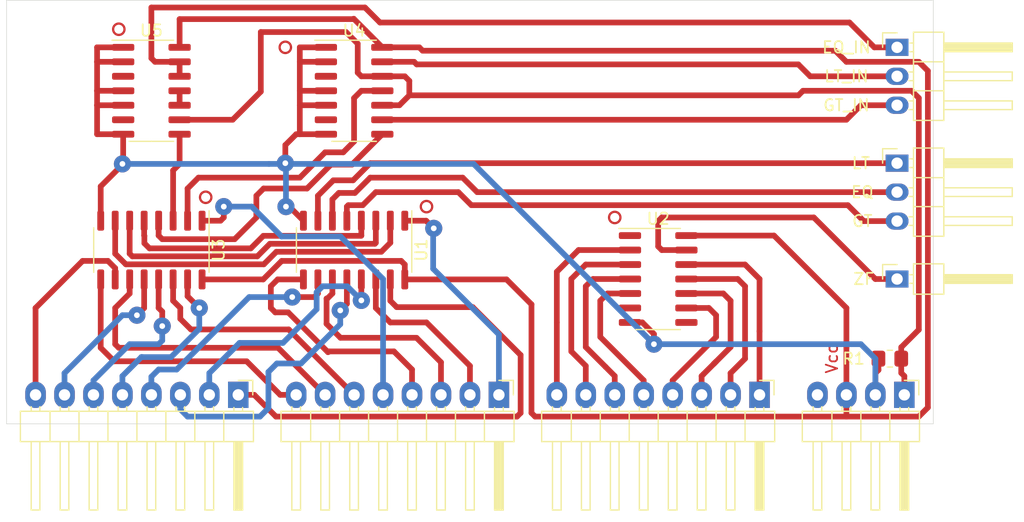
<source format=kicad_pcb>
(kicad_pcb (version 20171130) (host pcbnew "(5.1.8)-1")

  (general
    (thickness 1.6)
    (drawings 17)
    (tracks 360)
    (zones 0)
    (modules 13)
    (nets 50)
  )

  (page A4 portrait)
  (layers
    (0 F.Cu signal)
    (31 B.Cu signal)
    (32 B.Adhes user)
    (33 F.Adhes user)
    (34 B.Paste user)
    (35 F.Paste user)
    (36 B.SilkS user)
    (37 F.SilkS user)
    (38 B.Mask user)
    (39 F.Mask user)
    (40 Dwgs.User user)
    (41 Cmts.User user)
    (42 Eco1.User user)
    (43 Eco2.User user)
    (44 Edge.Cuts user)
    (45 Margin user)
    (46 B.CrtYd user)
    (47 F.CrtYd user)
    (48 B.Fab user)
    (49 F.Fab user)
  )

  (setup
    (last_trace_width 0.5)
    (user_trace_width 0.5)
    (user_trace_width 0.6)
    (user_trace_width 0.8)
    (trace_clearance 0.2)
    (zone_clearance 0.508)
    (zone_45_only no)
    (trace_min 0.2)
    (via_size 1.5)
    (via_drill 0.5)
    (via_min_size 0.4)
    (via_min_drill 0.3)
    (user_via 1.5 0.5)
    (uvia_size 0.3)
    (uvia_drill 0.1)
    (uvias_allowed no)
    (uvia_min_size 0.2)
    (uvia_min_drill 0.1)
    (edge_width 0.05)
    (segment_width 0.2)
    (pcb_text_width 0.3)
    (pcb_text_size 1.5 1.5)
    (mod_edge_width 0.12)
    (mod_text_size 1 1)
    (mod_text_width 0.15)
    (pad_size 2.3 1.8)
    (pad_drill 1)
    (pad_to_mask_clearance 0)
    (aux_axis_origin 0 0)
    (visible_elements 7FFFFFFF)
    (pcbplotparams
      (layerselection 0x010fc_ffffffff)
      (usegerberextensions false)
      (usegerberattributes true)
      (usegerberadvancedattributes true)
      (creategerberjobfile true)
      (excludeedgelayer true)
      (linewidth 0.100000)
      (plotframeref false)
      (viasonmask false)
      (mode 1)
      (useauxorigin false)
      (hpglpennumber 1)
      (hpglpenspeed 20)
      (hpglpendiameter 15.000000)
      (psnegative false)
      (psa4output false)
      (plotreference true)
      (plotvalue true)
      (plotinvisibletext false)
      (padsonsilk false)
      (subtractmaskfromsilk false)
      (outputformat 1)
      (mirror false)
      (drillshape 1)
      (scaleselection 1)
      (outputdirectory ""))
  )

  (net 0 "")
  (net 1 /Latch)
  (net 2 VCC)
  (net 3 GND)
  (net 4 /B0)
  (net 5 /B1)
  (net 6 /B2)
  (net 7 /B3)
  (net 8 /B4)
  (net 9 /B5)
  (net 10 /B6)
  (net 11 /B7)
  (net 12 /A0)
  (net 13 /A1)
  (net 14 /A2)
  (net 15 /A3)
  (net 16 /A4)
  (net 17 /A5)
  (net 18 /A6)
  (net 19 /A7)
  (net 20 /O0)
  (net 21 /O1)
  (net 22 /O2)
  (net 23 /O3)
  (net 24 /O4)
  (net 25 /O5)
  (net 26 /O6)
  (net 27 /O7)
  (net 28 /EQ)
  (net 29 /LT)
  (net 30 /GT)
  (net 31 "Net-(U1-Pad4)")
  (net 32 "Net-(U1-Pad3)")
  (net 33 "Net-(U1-Pad2)")
  (net 34 /ZF)
  (net 35 "Net-(U2-Pad1)")
  (net 36 /Expand)
  (net 37 /EQ_IN)
  (net 38 /LT_IN)
  (net 39 /GT_IN)
  (net 40 "Net-(U2-Pad8)")
  (net 41 "Net-(U2-Pad6)")
  (net 42 "/GT(I)")
  (net 43 "/EQ(I)")
  (net 44 "/LT(I)")
  (net 45 "Net-(U5-Pad3)")
  (net 46 "Net-(U4-Pad6)")
  (net 47 "Net-(U4-Pad3)")
  (net 48 "Net-(U5-Pad6)")
  (net 49 "Net-(U5-Pad10)")

  (net_class Default "This is the default net class."
    (clearance 0.2)
    (trace_width 0.5)
    (via_dia 1.5)
    (via_drill 0.5)
    (uvia_dia 0.3)
    (uvia_drill 0.1)
    (add_net /A0)
    (add_net /A1)
    (add_net /A2)
    (add_net /A3)
    (add_net /A4)
    (add_net /A5)
    (add_net /A6)
    (add_net /A7)
    (add_net /B0)
    (add_net /B1)
    (add_net /B2)
    (add_net /B3)
    (add_net /B4)
    (add_net /B5)
    (add_net /B6)
    (add_net /B7)
    (add_net /EQ)
    (add_net "/EQ(I)")
    (add_net /EQ_IN)
    (add_net /Expand)
    (add_net /GT)
    (add_net "/GT(I)")
    (add_net /GT_IN)
    (add_net /LT)
    (add_net "/LT(I)")
    (add_net /LT_IN)
    (add_net /Latch)
    (add_net /O0)
    (add_net /O1)
    (add_net /O2)
    (add_net /O3)
    (add_net /O4)
    (add_net /O5)
    (add_net /O6)
    (add_net /O7)
    (add_net /ZF)
    (add_net GND)
    (add_net "Net-(U1-Pad2)")
    (add_net "Net-(U1-Pad3)")
    (add_net "Net-(U1-Pad4)")
    (add_net "Net-(U2-Pad1)")
    (add_net "Net-(U2-Pad6)")
    (add_net "Net-(U2-Pad8)")
    (add_net "Net-(U4-Pad3)")
    (add_net "Net-(U4-Pad6)")
    (add_net "Net-(U5-Pad10)")
    (add_net "Net-(U5-Pad3)")
    (add_net "Net-(U5-Pad6)")
    (add_net VCC)
  )

  (module Resistor_SMD:R_0805_2012Metric_Pad1.20x1.40mm_HandSolder (layer F.Cu) (tedit 5F68FEEE) (tstamp 6365980D)
    (at 133.35 75.565 180)
    (descr "Resistor SMD 0805 (2012 Metric), square (rectangular) end terminal, IPC_7351 nominal with elongated pad for handsoldering. (Body size source: IPC-SM-782 page 72, https://www.pcb-3d.com/wordpress/wp-content/uploads/ipc-sm-782a_amendment_1_and_2.pdf), generated with kicad-footprint-generator")
    (tags "resistor handsolder")
    (path /63668488)
    (attr smd)
    (fp_text reference R1 (at 3.175 0) (layer F.SilkS)
      (effects (font (size 1 1) (thickness 0.15)))
    )
    (fp_text value 10k (at 0 1.65) (layer F.Fab)
      (effects (font (size 1 1) (thickness 0.15)))
    )
    (fp_line (start -1 0.625) (end -1 -0.625) (layer F.Fab) (width 0.1))
    (fp_line (start -1 -0.625) (end 1 -0.625) (layer F.Fab) (width 0.1))
    (fp_line (start 1 -0.625) (end 1 0.625) (layer F.Fab) (width 0.1))
    (fp_line (start 1 0.625) (end -1 0.625) (layer F.Fab) (width 0.1))
    (fp_line (start -0.227064 -0.735) (end 0.227064 -0.735) (layer F.SilkS) (width 0.12))
    (fp_line (start -0.227064 0.735) (end 0.227064 0.735) (layer F.SilkS) (width 0.12))
    (fp_line (start -1.85 0.95) (end -1.85 -0.95) (layer F.CrtYd) (width 0.05))
    (fp_line (start -1.85 -0.95) (end 1.85 -0.95) (layer F.CrtYd) (width 0.05))
    (fp_line (start 1.85 -0.95) (end 1.85 0.95) (layer F.CrtYd) (width 0.05))
    (fp_line (start 1.85 0.95) (end -1.85 0.95) (layer F.CrtYd) (width 0.05))
    (fp_text user %R (at 0 0) (layer F.Fab)
      (effects (font (size 0.5 0.5) (thickness 0.08)))
    )
    (pad 2 smd roundrect (at 1 0 180) (size 1.2 1.4) (layers F.Cu F.Paste F.Mask) (roundrect_rratio 0.208333)
      (net 3 GND))
    (pad 1 smd roundrect (at -1 0 180) (size 1.2 1.4) (layers F.Cu F.Paste F.Mask) (roundrect_rratio 0.208333)
      (net 36 /Expand))
    (model ${KISYS3DMOD}/Resistor_SMD.3dshapes/R_0805_2012Metric.wrl
      (at (xyz 0 0 0))
      (scale (xyz 1 1 1))
      (rotate (xyz 0 0 0))
    )
  )

  (module Package_SO:SO-14_3.9x8.65mm_P1.27mm (layer F.Cu) (tedit 5F427CE7) (tstamp 63661116)
    (at 68.58 52.07)
    (descr "SO, 14 Pin (https://www.st.com/resource/en/datasheet/l6491.pdf), generated with kicad-footprint-generator ipc_gullwing_generator.py")
    (tags "SO SO")
    (path /6369DF1D)
    (attr smd)
    (fp_text reference U5 (at 0 -5.28) (layer F.SilkS)
      (effects (font (size 1 1) (thickness 0.15)))
    )
    (fp_text value 74LS00 (at 0 5.28) (layer F.Fab)
      (effects (font (size 1 1) (thickness 0.15)))
    )
    (fp_line (start 0 4.435) (end 1.95 4.435) (layer F.SilkS) (width 0.12))
    (fp_line (start 0 4.435) (end -1.95 4.435) (layer F.SilkS) (width 0.12))
    (fp_line (start 0 -4.435) (end 1.95 -4.435) (layer F.SilkS) (width 0.12))
    (fp_line (start 0 -4.435) (end -3.45 -4.435) (layer F.SilkS) (width 0.12))
    (fp_line (start -0.975 -4.325) (end 1.95 -4.325) (layer F.Fab) (width 0.1))
    (fp_line (start 1.95 -4.325) (end 1.95 4.325) (layer F.Fab) (width 0.1))
    (fp_line (start 1.95 4.325) (end -1.95 4.325) (layer F.Fab) (width 0.1))
    (fp_line (start -1.95 4.325) (end -1.95 -3.35) (layer F.Fab) (width 0.1))
    (fp_line (start -1.95 -3.35) (end -0.975 -4.325) (layer F.Fab) (width 0.1))
    (fp_line (start -3.7 -4.58) (end -3.7 4.58) (layer F.CrtYd) (width 0.05))
    (fp_line (start -3.7 4.58) (end 3.7 4.58) (layer F.CrtYd) (width 0.05))
    (fp_line (start 3.7 4.58) (end 3.7 -4.58) (layer F.CrtYd) (width 0.05))
    (fp_line (start 3.7 -4.58) (end -3.7 -4.58) (layer F.CrtYd) (width 0.05))
    (fp_text user %R (at 0 0) (layer F.Fab)
      (effects (font (size 0.98 0.98) (thickness 0.15)))
    )
    (pad 14 smd roundrect (at 2.475 -3.81) (size 1.95 0.6) (layers F.Cu F.Paste F.Mask) (roundrect_rratio 0.25)
      (net 2 VCC))
    (pad 13 smd roundrect (at 2.475 -2.54) (size 1.95 0.6) (layers F.Cu F.Paste F.Mask) (roundrect_rratio 0.25)
      (net 37 /EQ_IN))
    (pad 12 smd roundrect (at 2.475 -1.27) (size 1.95 0.6) (layers F.Cu F.Paste F.Mask) (roundrect_rratio 0.25)
      (net 37 /EQ_IN))
    (pad 11 smd roundrect (at 2.475 0) (size 1.95 0.6) (layers F.Cu F.Paste F.Mask) (roundrect_rratio 0.25)
      (net 49 "Net-(U5-Pad10)"))
    (pad 10 smd roundrect (at 2.475 1.27) (size 1.95 0.6) (layers F.Cu F.Paste F.Mask) (roundrect_rratio 0.25)
      (net 49 "Net-(U5-Pad10)"))
    (pad 9 smd roundrect (at 2.475 2.54) (size 1.95 0.6) (layers F.Cu F.Paste F.Mask) (roundrect_rratio 0.25)
      (net 36 /Expand))
    (pad 8 smd roundrect (at 2.475 3.81) (size 1.95 0.6) (layers F.Cu F.Paste F.Mask) (roundrect_rratio 0.25)
      (net 43 "/EQ(I)"))
    (pad 7 smd roundrect (at -2.475 3.81) (size 1.95 0.6) (layers F.Cu F.Paste F.Mask) (roundrect_rratio 0.25)
      (net 3 GND))
    (pad 6 smd roundrect (at -2.475 2.54) (size 1.95 0.6) (layers F.Cu F.Paste F.Mask) (roundrect_rratio 0.25)
      (net 48 "Net-(U5-Pad6)"))
    (pad 5 smd roundrect (at -2.475 1.27) (size 1.95 0.6) (layers F.Cu F.Paste F.Mask) (roundrect_rratio 0.25)
      (net 3 GND))
    (pad 4 smd roundrect (at -2.475 0) (size 1.95 0.6) (layers F.Cu F.Paste F.Mask) (roundrect_rratio 0.25)
      (net 3 GND))
    (pad 3 smd roundrect (at -2.475 -1.27) (size 1.95 0.6) (layers F.Cu F.Paste F.Mask) (roundrect_rratio 0.25)
      (net 45 "Net-(U5-Pad3)"))
    (pad 2 smd roundrect (at -2.475 -2.54) (size 1.95 0.6) (layers F.Cu F.Paste F.Mask) (roundrect_rratio 0.25)
      (net 3 GND))
    (pad 1 smd roundrect (at -2.475 -3.81) (size 1.95 0.6) (layers F.Cu F.Paste F.Mask) (roundrect_rratio 0.25)
      (net 3 GND))
    (model ${KISYS3DMOD}/Package_SO.3dshapes/SO-14_3.9x8.65mm_P1.27mm.wrl
      (at (xyz 0 0 0))
      (scale (xyz 1 1 1))
      (rotate (xyz 0 0 0))
    )
  )

  (module Package_SO:SO-14_3.9x8.65mm_P1.27mm (layer F.Cu) (tedit 5F427CE7) (tstamp 636610F6)
    (at 86.36 52.07)
    (descr "SO, 14 Pin (https://www.st.com/resource/en/datasheet/l6491.pdf), generated with kicad-footprint-generator ipc_gullwing_generator.py")
    (tags "SO SO")
    (path /63674782)
    (attr smd)
    (fp_text reference U4 (at 0 -5.28) (layer F.SilkS)
      (effects (font (size 1 1) (thickness 0.15)))
    )
    (fp_text value 74LS08 (at 0 5.28) (layer F.Fab)
      (effects (font (size 1 1) (thickness 0.15)))
    )
    (fp_line (start 0 4.435) (end 1.95 4.435) (layer F.SilkS) (width 0.12))
    (fp_line (start 0 4.435) (end -1.95 4.435) (layer F.SilkS) (width 0.12))
    (fp_line (start 0 -4.435) (end 1.95 -4.435) (layer F.SilkS) (width 0.12))
    (fp_line (start 0 -4.435) (end -3.45 -4.435) (layer F.SilkS) (width 0.12))
    (fp_line (start -0.975 -4.325) (end 1.95 -4.325) (layer F.Fab) (width 0.1))
    (fp_line (start 1.95 -4.325) (end 1.95 4.325) (layer F.Fab) (width 0.1))
    (fp_line (start 1.95 4.325) (end -1.95 4.325) (layer F.Fab) (width 0.1))
    (fp_line (start -1.95 4.325) (end -1.95 -3.35) (layer F.Fab) (width 0.1))
    (fp_line (start -1.95 -3.35) (end -0.975 -4.325) (layer F.Fab) (width 0.1))
    (fp_line (start -3.7 -4.58) (end -3.7 4.58) (layer F.CrtYd) (width 0.05))
    (fp_line (start -3.7 4.58) (end 3.7 4.58) (layer F.CrtYd) (width 0.05))
    (fp_line (start 3.7 4.58) (end 3.7 -4.58) (layer F.CrtYd) (width 0.05))
    (fp_line (start 3.7 -4.58) (end -3.7 -4.58) (layer F.CrtYd) (width 0.05))
    (fp_text user %R (at 0 0) (layer F.Fab)
      (effects (font (size 0.98 0.98) (thickness 0.15)))
    )
    (pad 14 smd roundrect (at 2.475 -3.81) (size 1.95 0.6) (layers F.Cu F.Paste F.Mask) (roundrect_rratio 0.25)
      (net 2 VCC))
    (pad 13 smd roundrect (at 2.475 -2.54) (size 1.95 0.6) (layers F.Cu F.Paste F.Mask) (roundrect_rratio 0.25)
      (net 38 /LT_IN))
    (pad 12 smd roundrect (at 2.475 -1.27) (size 1.95 0.6) (layers F.Cu F.Paste F.Mask) (roundrect_rratio 0.25)
      (net 36 /Expand))
    (pad 11 smd roundrect (at 2.475 0) (size 1.95 0.6) (layers F.Cu F.Paste F.Mask) (roundrect_rratio 0.25)
      (net 44 "/LT(I)"))
    (pad 10 smd roundrect (at 2.475 1.27) (size 1.95 0.6) (layers F.Cu F.Paste F.Mask) (roundrect_rratio 0.25)
      (net 36 /Expand))
    (pad 9 smd roundrect (at 2.475 2.54) (size 1.95 0.6) (layers F.Cu F.Paste F.Mask) (roundrect_rratio 0.25)
      (net 39 /GT_IN))
    (pad 8 smd roundrect (at 2.475 3.81) (size 1.95 0.6) (layers F.Cu F.Paste F.Mask) (roundrect_rratio 0.25)
      (net 42 "/GT(I)"))
    (pad 7 smd roundrect (at -2.475 3.81) (size 1.95 0.6) (layers F.Cu F.Paste F.Mask) (roundrect_rratio 0.25)
      (net 3 GND))
    (pad 6 smd roundrect (at -2.475 2.54) (size 1.95 0.6) (layers F.Cu F.Paste F.Mask) (roundrect_rratio 0.25)
      (net 46 "Net-(U4-Pad6)"))
    (pad 5 smd roundrect (at -2.475 1.27) (size 1.95 0.6) (layers F.Cu F.Paste F.Mask) (roundrect_rratio 0.25)
      (net 3 GND))
    (pad 4 smd roundrect (at -2.475 0) (size 1.95 0.6) (layers F.Cu F.Paste F.Mask) (roundrect_rratio 0.25)
      (net 3 GND))
    (pad 3 smd roundrect (at -2.475 -1.27) (size 1.95 0.6) (layers F.Cu F.Paste F.Mask) (roundrect_rratio 0.25)
      (net 47 "Net-(U4-Pad3)"))
    (pad 2 smd roundrect (at -2.475 -2.54) (size 1.95 0.6) (layers F.Cu F.Paste F.Mask) (roundrect_rratio 0.25)
      (net 3 GND))
    (pad 1 smd roundrect (at -2.475 -3.81) (size 1.95 0.6) (layers F.Cu F.Paste F.Mask) (roundrect_rratio 0.25)
      (net 3 GND))
    (model ${KISYS3DMOD}/Package_SO.3dshapes/SO-14_3.9x8.65mm_P1.27mm.wrl
      (at (xyz 0 0 0))
      (scale (xyz 1 1 1))
      (rotate (xyz 0 0 0))
    )
  )

  (module Package_SO:SO-14_3.9x8.65mm_P1.27mm (layer F.Cu) (tedit 5F427CE7) (tstamp 63657E73)
    (at 113.03 68.58)
    (descr "SO, 14 Pin (https://www.st.com/resource/en/datasheet/l6491.pdf), generated with kicad-footprint-generator ipc_gullwing_generator.py")
    (tags "SO SO")
    (path /63626B73)
    (attr smd)
    (fp_text reference U2 (at 0 -5.28) (layer F.SilkS)
      (effects (font (size 1 1) (thickness 0.15)))
    )
    (fp_text value 74HC4078 (at 0 5.28) (layer F.Fab)
      (effects (font (size 1 1) (thickness 0.15)))
    )
    (fp_line (start 0 4.435) (end 1.95 4.435) (layer F.SilkS) (width 0.12))
    (fp_line (start 0 4.435) (end -1.95 4.435) (layer F.SilkS) (width 0.12))
    (fp_line (start 0 -4.435) (end 1.95 -4.435) (layer F.SilkS) (width 0.12))
    (fp_line (start 0 -4.435) (end -3.45 -4.435) (layer F.SilkS) (width 0.12))
    (fp_line (start -0.975 -4.325) (end 1.95 -4.325) (layer F.Fab) (width 0.1))
    (fp_line (start 1.95 -4.325) (end 1.95 4.325) (layer F.Fab) (width 0.1))
    (fp_line (start 1.95 4.325) (end -1.95 4.325) (layer F.Fab) (width 0.1))
    (fp_line (start -1.95 4.325) (end -1.95 -3.35) (layer F.Fab) (width 0.1))
    (fp_line (start -1.95 -3.35) (end -0.975 -4.325) (layer F.Fab) (width 0.1))
    (fp_line (start -3.7 -4.58) (end -3.7 4.58) (layer F.CrtYd) (width 0.05))
    (fp_line (start -3.7 4.58) (end 3.7 4.58) (layer F.CrtYd) (width 0.05))
    (fp_line (start 3.7 4.58) (end 3.7 -4.58) (layer F.CrtYd) (width 0.05))
    (fp_line (start 3.7 -4.58) (end -3.7 -4.58) (layer F.CrtYd) (width 0.05))
    (fp_text user %R (at 0 0) (layer F.Fab)
      (effects (font (size 0.98 0.98) (thickness 0.15)))
    )
    (pad 14 smd roundrect (at 2.475 -3.81) (size 1.95 0.6) (layers F.Cu F.Paste F.Mask) (roundrect_rratio 0.25)
      (net 2 VCC))
    (pad 13 smd roundrect (at 2.475 -2.54) (size 1.95 0.6) (layers F.Cu F.Paste F.Mask) (roundrect_rratio 0.25)
      (net 34 /ZF))
    (pad 12 smd roundrect (at 2.475 -1.27) (size 1.95 0.6) (layers F.Cu F.Paste F.Mask) (roundrect_rratio 0.25)
      (net 27 /O7))
    (pad 11 smd roundrect (at 2.475 0) (size 1.95 0.6) (layers F.Cu F.Paste F.Mask) (roundrect_rratio 0.25)
      (net 26 /O6))
    (pad 10 smd roundrect (at 2.475 1.27) (size 1.95 0.6) (layers F.Cu F.Paste F.Mask) (roundrect_rratio 0.25)
      (net 25 /O5))
    (pad 9 smd roundrect (at 2.475 2.54) (size 1.95 0.6) (layers F.Cu F.Paste F.Mask) (roundrect_rratio 0.25)
      (net 24 /O4))
    (pad 8 smd roundrect (at 2.475 3.81) (size 1.95 0.6) (layers F.Cu F.Paste F.Mask) (roundrect_rratio 0.25)
      (net 40 "Net-(U2-Pad8)"))
    (pad 7 smd roundrect (at -2.475 3.81) (size 1.95 0.6) (layers F.Cu F.Paste F.Mask) (roundrect_rratio 0.25)
      (net 3 GND))
    (pad 6 smd roundrect (at -2.475 2.54) (size 1.95 0.6) (layers F.Cu F.Paste F.Mask) (roundrect_rratio 0.25)
      (net 41 "Net-(U2-Pad6)"))
    (pad 5 smd roundrect (at -2.475 1.27) (size 1.95 0.6) (layers F.Cu F.Paste F.Mask) (roundrect_rratio 0.25)
      (net 23 /O3))
    (pad 4 smd roundrect (at -2.475 0) (size 1.95 0.6) (layers F.Cu F.Paste F.Mask) (roundrect_rratio 0.25)
      (net 22 /O2))
    (pad 3 smd roundrect (at -2.475 -1.27) (size 1.95 0.6) (layers F.Cu F.Paste F.Mask) (roundrect_rratio 0.25)
      (net 21 /O1))
    (pad 2 smd roundrect (at -2.475 -2.54) (size 1.95 0.6) (layers F.Cu F.Paste F.Mask) (roundrect_rratio 0.25)
      (net 20 /O0))
    (pad 1 smd roundrect (at -2.475 -3.81) (size 1.95 0.6) (layers F.Cu F.Paste F.Mask) (roundrect_rratio 0.25)
      (net 35 "Net-(U2-Pad1)"))
    (model ${KISYS3DMOD}/Package_SO.3dshapes/SO-14_3.9x8.65mm_P1.27mm.wrl
      (at (xyz 0 0 0))
      (scale (xyz 1 1 1))
      (rotate (xyz 0 0 0))
    )
  )

  (module Connector_PinHeader_2.54mm:PinHeader_1x01_P2.54mm_Horizontal (layer F.Cu) (tedit 63663A5F) (tstamp 63661033)
    (at 133.985 68.58)
    (descr "Through hole angled pin header, 1x01, 2.54mm pitch, 6mm pin length, single row")
    (tags "Through hole angled pin header THT 1x01 2.54mm single row")
    (path /6367D40A)
    (fp_text reference J7 (at 0 -2.54) (layer F.SilkS) hide
      (effects (font (size 1 1) (thickness 0.15)))
    )
    (fp_text value Conn_01x01_Male (at 4.385 2.27) (layer F.Fab)
      (effects (font (size 1 1) (thickness 0.15)))
    )
    (fp_line (start 2.135 -1.27) (end 4.04 -1.27) (layer F.Fab) (width 0.1))
    (fp_line (start 4.04 -1.27) (end 4.04 1.27) (layer F.Fab) (width 0.1))
    (fp_line (start 4.04 1.27) (end 1.5 1.27) (layer F.Fab) (width 0.1))
    (fp_line (start 1.5 1.27) (end 1.5 -0.635) (layer F.Fab) (width 0.1))
    (fp_line (start 1.5 -0.635) (end 2.135 -1.27) (layer F.Fab) (width 0.1))
    (fp_line (start -0.32 -0.32) (end 1.5 -0.32) (layer F.Fab) (width 0.1))
    (fp_line (start -0.32 -0.32) (end -0.32 0.32) (layer F.Fab) (width 0.1))
    (fp_line (start -0.32 0.32) (end 1.5 0.32) (layer F.Fab) (width 0.1))
    (fp_line (start 4.04 -0.32) (end 10.04 -0.32) (layer F.Fab) (width 0.1))
    (fp_line (start 10.04 -0.32) (end 10.04 0.32) (layer F.Fab) (width 0.1))
    (fp_line (start 4.04 0.32) (end 10.04 0.32) (layer F.Fab) (width 0.1))
    (fp_line (start 1.44 -1.33) (end 1.44 1.33) (layer F.SilkS) (width 0.12))
    (fp_line (start 1.44 1.33) (end 4.1 1.33) (layer F.SilkS) (width 0.12))
    (fp_line (start 4.1 1.33) (end 4.1 -1.33) (layer F.SilkS) (width 0.12))
    (fp_line (start 4.1 -1.33) (end 1.44 -1.33) (layer F.SilkS) (width 0.12))
    (fp_line (start 4.1 -0.38) (end 10.1 -0.38) (layer F.SilkS) (width 0.12))
    (fp_line (start 10.1 -0.38) (end 10.1 0.38) (layer F.SilkS) (width 0.12))
    (fp_line (start 10.1 0.38) (end 4.1 0.38) (layer F.SilkS) (width 0.12))
    (fp_line (start 4.1 -0.32) (end 10.1 -0.32) (layer F.SilkS) (width 0.12))
    (fp_line (start 4.1 -0.2) (end 10.1 -0.2) (layer F.SilkS) (width 0.12))
    (fp_line (start 4.1 -0.08) (end 10.1 -0.08) (layer F.SilkS) (width 0.12))
    (fp_line (start 4.1 0.04) (end 10.1 0.04) (layer F.SilkS) (width 0.12))
    (fp_line (start 4.1 0.16) (end 10.1 0.16) (layer F.SilkS) (width 0.12))
    (fp_line (start 4.1 0.28) (end 10.1 0.28) (layer F.SilkS) (width 0.12))
    (fp_line (start 1.11 -0.38) (end 1.44 -0.38) (layer F.SilkS) (width 0.12))
    (fp_line (start 1.11 0.38) (end 1.44 0.38) (layer F.SilkS) (width 0.12))
    (fp_line (start -1.27 0) (end -1.27 -1.27) (layer F.SilkS) (width 0.12))
    (fp_line (start -1.27 -1.27) (end 0 -1.27) (layer F.SilkS) (width 0.12))
    (fp_line (start -1.8 -1.8) (end -1.8 1.8) (layer F.CrtYd) (width 0.05))
    (fp_line (start -1.8 1.8) (end 10.55 1.8) (layer F.CrtYd) (width 0.05))
    (fp_line (start 10.55 1.8) (end 10.55 -1.8) (layer F.CrtYd) (width 0.05))
    (fp_line (start 10.55 -1.8) (end -1.8 -1.8) (layer F.CrtYd) (width 0.05))
    (fp_text user %R (at 2.77 0 90) (layer F.Fab)
      (effects (font (size 1 1) (thickness 0.15)))
    )
    (pad 1 thru_hole rect (at 0 0) (size 2 1.5) (drill 1) (layers *.Cu *.Mask)
      (net 34 /ZF))
    (model ${KISYS3DMOD}/Connector_PinHeader_2.54mm.3dshapes/PinHeader_1x01_P2.54mm_Horizontal.wrl
      (at (xyz 0 0 0))
      (scale (xyz 1 1 1))
      (rotate (xyz 0 0 0))
    )
  )

  (module Package_SO:SO-16_3.9x9.9mm_P1.27mm (layer F.Cu) (tedit 5E888720) (tstamp 6365ADE9)
    (at 68.58 66.04 270)
    (descr "SO, 16 Pin (https://www.nxp.com/docs/en/package-information/SOT109-1.pdf), generated with kicad-footprint-generator ipc_gullwing_generator.py")
    (tags "SO SO")
    (path /6361A8AE)
    (attr smd)
    (fp_text reference U3 (at 0 -5.9 90) (layer F.SilkS)
      (effects (font (size 1 1) (thickness 0.15)))
    )
    (fp_text value 74LS85 (at 0 5.9 90) (layer F.Fab)
      (effects (font (size 1 1) (thickness 0.15)))
    )
    (fp_line (start 0 5.06) (end 1.95 5.06) (layer F.SilkS) (width 0.12))
    (fp_line (start 0 5.06) (end -1.95 5.06) (layer F.SilkS) (width 0.12))
    (fp_line (start 0 -5.06) (end 1.95 -5.06) (layer F.SilkS) (width 0.12))
    (fp_line (start 0 -5.06) (end -3.45 -5.06) (layer F.SilkS) (width 0.12))
    (fp_line (start -0.975 -4.95) (end 1.95 -4.95) (layer F.Fab) (width 0.1))
    (fp_line (start 1.95 -4.95) (end 1.95 4.95) (layer F.Fab) (width 0.1))
    (fp_line (start 1.95 4.95) (end -1.95 4.95) (layer F.Fab) (width 0.1))
    (fp_line (start -1.95 4.95) (end -1.95 -3.975) (layer F.Fab) (width 0.1))
    (fp_line (start -1.95 -3.975) (end -0.975 -4.95) (layer F.Fab) (width 0.1))
    (fp_line (start -3.7 -5.2) (end -3.7 5.2) (layer F.CrtYd) (width 0.05))
    (fp_line (start -3.7 5.2) (end 3.7 5.2) (layer F.CrtYd) (width 0.05))
    (fp_line (start 3.7 5.2) (end 3.7 -5.2) (layer F.CrtYd) (width 0.05))
    (fp_line (start 3.7 -5.2) (end -3.7 -5.2) (layer F.CrtYd) (width 0.05))
    (fp_text user %R (at 0 0 90) (layer F.Fab)
      (effects (font (size 0.98 0.98) (thickness 0.15)))
    )
    (pad 16 smd roundrect (at 2.575 -4.445 270) (size 1.75 0.6) (layers F.Cu F.Paste F.Mask) (roundrect_rratio 0.25)
      (net 2 VCC))
    (pad 15 smd roundrect (at 2.575 -3.175 270) (size 1.75 0.6) (layers F.Cu F.Paste F.Mask) (roundrect_rratio 0.25)
      (net 15 /A3))
    (pad 14 smd roundrect (at 2.575 -1.905 270) (size 1.75 0.6) (layers F.Cu F.Paste F.Mask) (roundrect_rratio 0.25)
      (net 6 /B2))
    (pad 13 smd roundrect (at 2.575 -0.635 270) (size 1.75 0.6) (layers F.Cu F.Paste F.Mask) (roundrect_rratio 0.25)
      (net 14 /A2))
    (pad 12 smd roundrect (at 2.575 0.635 270) (size 1.75 0.6) (layers F.Cu F.Paste F.Mask) (roundrect_rratio 0.25)
      (net 13 /A1))
    (pad 11 smd roundrect (at 2.575 1.905 270) (size 1.75 0.6) (layers F.Cu F.Paste F.Mask) (roundrect_rratio 0.25)
      (net 5 /B1))
    (pad 10 smd roundrect (at 2.575 3.175 270) (size 1.75 0.6) (layers F.Cu F.Paste F.Mask) (roundrect_rratio 0.25)
      (net 12 /A0))
    (pad 9 smd roundrect (at 2.575 4.445 270) (size 1.75 0.6) (layers F.Cu F.Paste F.Mask) (roundrect_rratio 0.25)
      (net 4 /B0))
    (pad 8 smd roundrect (at -2.575 4.445 270) (size 1.75 0.6) (layers F.Cu F.Paste F.Mask) (roundrect_rratio 0.25)
      (net 3 GND))
    (pad 7 smd roundrect (at -2.575 3.175 270) (size 1.75 0.6) (layers F.Cu F.Paste F.Mask) (roundrect_rratio 0.25)
      (net 33 "Net-(U1-Pad2)"))
    (pad 6 smd roundrect (at -2.575 1.905 270) (size 1.75 0.6) (layers F.Cu F.Paste F.Mask) (roundrect_rratio 0.25)
      (net 32 "Net-(U1-Pad3)"))
    (pad 5 smd roundrect (at -2.575 0.635 270) (size 1.75 0.6) (layers F.Cu F.Paste F.Mask) (roundrect_rratio 0.25)
      (net 31 "Net-(U1-Pad4)"))
    (pad 4 smd roundrect (at -2.575 -0.635 270) (size 1.75 0.6) (layers F.Cu F.Paste F.Mask) (roundrect_rratio 0.25)
      (net 42 "/GT(I)"))
    (pad 3 smd roundrect (at -2.575 -1.905 270) (size 1.75 0.6) (layers F.Cu F.Paste F.Mask) (roundrect_rratio 0.25)
      (net 43 "/EQ(I)"))
    (pad 2 smd roundrect (at -2.575 -3.175 270) (size 1.75 0.6) (layers F.Cu F.Paste F.Mask) (roundrect_rratio 0.25)
      (net 44 "/LT(I)"))
    (pad 1 smd roundrect (at -2.575 -4.445 270) (size 1.75 0.6) (layers F.Cu F.Paste F.Mask) (roundrect_rratio 0.25)
      (net 7 /B3))
    (model ${KISYS3DMOD}/Package_SO.3dshapes/SO-16_3.9x9.9mm_P1.27mm.wrl
      (at (xyz 0 0 0))
      (scale (xyz 1 1 1))
      (rotate (xyz 0 0 0))
    )
  )

  (module Package_SO:SO-16_3.9x9.9mm_P1.27mm (layer F.Cu) (tedit 5E888720) (tstamp 6365ADA7)
    (at 86.36 66.04 270)
    (descr "SO, 16 Pin (https://www.nxp.com/docs/en/package-information/SOT109-1.pdf), generated with kicad-footprint-generator ipc_gullwing_generator.py")
    (tags "SO SO")
    (path /636195CA)
    (attr smd)
    (fp_text reference U1 (at 0 -5.9 90) (layer F.SilkS)
      (effects (font (size 1 1) (thickness 0.15)))
    )
    (fp_text value 74LS85 (at 0 5.9 90) (layer F.Fab)
      (effects (font (size 1 1) (thickness 0.15)))
    )
    (fp_line (start 0 5.06) (end 1.95 5.06) (layer F.SilkS) (width 0.12))
    (fp_line (start 0 5.06) (end -1.95 5.06) (layer F.SilkS) (width 0.12))
    (fp_line (start 0 -5.06) (end 1.95 -5.06) (layer F.SilkS) (width 0.12))
    (fp_line (start 0 -5.06) (end -3.45 -5.06) (layer F.SilkS) (width 0.12))
    (fp_line (start -0.975 -4.95) (end 1.95 -4.95) (layer F.Fab) (width 0.1))
    (fp_line (start 1.95 -4.95) (end 1.95 4.95) (layer F.Fab) (width 0.1))
    (fp_line (start 1.95 4.95) (end -1.95 4.95) (layer F.Fab) (width 0.1))
    (fp_line (start -1.95 4.95) (end -1.95 -3.975) (layer F.Fab) (width 0.1))
    (fp_line (start -1.95 -3.975) (end -0.975 -4.95) (layer F.Fab) (width 0.1))
    (fp_line (start -3.7 -5.2) (end -3.7 5.2) (layer F.CrtYd) (width 0.05))
    (fp_line (start -3.7 5.2) (end 3.7 5.2) (layer F.CrtYd) (width 0.05))
    (fp_line (start 3.7 5.2) (end 3.7 -5.2) (layer F.CrtYd) (width 0.05))
    (fp_line (start 3.7 -5.2) (end -3.7 -5.2) (layer F.CrtYd) (width 0.05))
    (fp_text user %R (at 0 0 90) (layer F.Fab)
      (effects (font (size 0.98 0.98) (thickness 0.15)))
    )
    (pad 16 smd roundrect (at 2.575 -4.445 270) (size 1.75 0.6) (layers F.Cu F.Paste F.Mask) (roundrect_rratio 0.25)
      (net 2 VCC))
    (pad 15 smd roundrect (at 2.575 -3.175 270) (size 1.75 0.6) (layers F.Cu F.Paste F.Mask) (roundrect_rratio 0.25)
      (net 19 /A7))
    (pad 14 smd roundrect (at 2.575 -1.905 270) (size 1.75 0.6) (layers F.Cu F.Paste F.Mask) (roundrect_rratio 0.25)
      (net 10 /B6))
    (pad 13 smd roundrect (at 2.575 -0.635 270) (size 1.75 0.6) (layers F.Cu F.Paste F.Mask) (roundrect_rratio 0.25)
      (net 18 /A6))
    (pad 12 smd roundrect (at 2.575 0.635 270) (size 1.75 0.6) (layers F.Cu F.Paste F.Mask) (roundrect_rratio 0.25)
      (net 17 /A5))
    (pad 11 smd roundrect (at 2.575 1.905 270) (size 1.75 0.6) (layers F.Cu F.Paste F.Mask) (roundrect_rratio 0.25)
      (net 9 /B5))
    (pad 10 smd roundrect (at 2.575 3.175 270) (size 1.75 0.6) (layers F.Cu F.Paste F.Mask) (roundrect_rratio 0.25)
      (net 16 /A4))
    (pad 9 smd roundrect (at 2.575 4.445 270) (size 1.75 0.6) (layers F.Cu F.Paste F.Mask) (roundrect_rratio 0.25)
      (net 8 /B4))
    (pad 8 smd roundrect (at -2.575 4.445 270) (size 1.75 0.6) (layers F.Cu F.Paste F.Mask) (roundrect_rratio 0.25)
      (net 3 GND))
    (pad 7 smd roundrect (at -2.575 3.175 270) (size 1.75 0.6) (layers F.Cu F.Paste F.Mask) (roundrect_rratio 0.25)
      (net 29 /LT))
    (pad 6 smd roundrect (at -2.575 1.905 270) (size 1.75 0.6) (layers F.Cu F.Paste F.Mask) (roundrect_rratio 0.25)
      (net 28 /EQ))
    (pad 5 smd roundrect (at -2.575 0.635 270) (size 1.75 0.6) (layers F.Cu F.Paste F.Mask) (roundrect_rratio 0.25)
      (net 30 /GT))
    (pad 4 smd roundrect (at -2.575 -0.635 270) (size 1.75 0.6) (layers F.Cu F.Paste F.Mask) (roundrect_rratio 0.25)
      (net 31 "Net-(U1-Pad4)"))
    (pad 3 smd roundrect (at -2.575 -1.905 270) (size 1.75 0.6) (layers F.Cu F.Paste F.Mask) (roundrect_rratio 0.25)
      (net 32 "Net-(U1-Pad3)"))
    (pad 2 smd roundrect (at -2.575 -3.175 270) (size 1.75 0.6) (layers F.Cu F.Paste F.Mask) (roundrect_rratio 0.25)
      (net 33 "Net-(U1-Pad2)"))
    (pad 1 smd roundrect (at -2.575 -4.445 270) (size 1.75 0.6) (layers F.Cu F.Paste F.Mask) (roundrect_rratio 0.25)
      (net 11 /B7))
    (model ${KISYS3DMOD}/Package_SO.3dshapes/SO-16_3.9x9.9mm_P1.27mm.wrl
      (at (xyz 0 0 0))
      (scale (xyz 1 1 1))
      (rotate (xyz 0 0 0))
    )
  )

  (module Connector_PinHeader_2.54mm:PinHeader_1x03_P2.54mm_Horizontal (layer F.Cu) (tedit 63663A40) (tstamp 6365AD85)
    (at 133.985 48.26)
    (descr "Through hole angled pin header, 1x03, 2.54mm pitch, 6mm pin length, single row")
    (tags "Through hole angled pin header THT 1x03 2.54mm single row")
    (path /6363769E)
    (fp_text reference J6 (at 0.635 -2.54) (layer F.SilkS) hide
      (effects (font (size 1 1) (thickness 0.15)))
    )
    (fp_text value Conn_01x03_Male (at 4.385 7.35) (layer F.Fab)
      (effects (font (size 1 1) (thickness 0.15)))
    )
    (fp_line (start 2.135 -1.27) (end 4.04 -1.27) (layer F.Fab) (width 0.1))
    (fp_line (start 4.04 -1.27) (end 4.04 6.35) (layer F.Fab) (width 0.1))
    (fp_line (start 4.04 6.35) (end 1.5 6.35) (layer F.Fab) (width 0.1))
    (fp_line (start 1.5 6.35) (end 1.5 -0.635) (layer F.Fab) (width 0.1))
    (fp_line (start 1.5 -0.635) (end 2.135 -1.27) (layer F.Fab) (width 0.1))
    (fp_line (start -0.32 -0.32) (end 1.5 -0.32) (layer F.Fab) (width 0.1))
    (fp_line (start -0.32 -0.32) (end -0.32 0.32) (layer F.Fab) (width 0.1))
    (fp_line (start -0.32 0.32) (end 1.5 0.32) (layer F.Fab) (width 0.1))
    (fp_line (start 4.04 -0.32) (end 10.04 -0.32) (layer F.Fab) (width 0.1))
    (fp_line (start 10.04 -0.32) (end 10.04 0.32) (layer F.Fab) (width 0.1))
    (fp_line (start 4.04 0.32) (end 10.04 0.32) (layer F.Fab) (width 0.1))
    (fp_line (start -0.32 2.22) (end 1.5 2.22) (layer F.Fab) (width 0.1))
    (fp_line (start -0.32 2.22) (end -0.32 2.86) (layer F.Fab) (width 0.1))
    (fp_line (start -0.32 2.86) (end 1.5 2.86) (layer F.Fab) (width 0.1))
    (fp_line (start 4.04 2.22) (end 10.04 2.22) (layer F.Fab) (width 0.1))
    (fp_line (start 10.04 2.22) (end 10.04 2.86) (layer F.Fab) (width 0.1))
    (fp_line (start 4.04 2.86) (end 10.04 2.86) (layer F.Fab) (width 0.1))
    (fp_line (start -0.32 4.76) (end 1.5 4.76) (layer F.Fab) (width 0.1))
    (fp_line (start -0.32 4.76) (end -0.32 5.4) (layer F.Fab) (width 0.1))
    (fp_line (start -0.32 5.4) (end 1.5 5.4) (layer F.Fab) (width 0.1))
    (fp_line (start 4.04 4.76) (end 10.04 4.76) (layer F.Fab) (width 0.1))
    (fp_line (start 10.04 4.76) (end 10.04 5.4) (layer F.Fab) (width 0.1))
    (fp_line (start 4.04 5.4) (end 10.04 5.4) (layer F.Fab) (width 0.1))
    (fp_line (start 1.44 -1.33) (end 1.44 6.41) (layer F.SilkS) (width 0.12))
    (fp_line (start 1.44 6.41) (end 4.1 6.41) (layer F.SilkS) (width 0.12))
    (fp_line (start 4.1 6.41) (end 4.1 -1.33) (layer F.SilkS) (width 0.12))
    (fp_line (start 4.1 -1.33) (end 1.44 -1.33) (layer F.SilkS) (width 0.12))
    (fp_line (start 4.1 -0.38) (end 10.1 -0.38) (layer F.SilkS) (width 0.12))
    (fp_line (start 10.1 -0.38) (end 10.1 0.38) (layer F.SilkS) (width 0.12))
    (fp_line (start 10.1 0.38) (end 4.1 0.38) (layer F.SilkS) (width 0.12))
    (fp_line (start 4.1 -0.32) (end 10.1 -0.32) (layer F.SilkS) (width 0.12))
    (fp_line (start 4.1 -0.2) (end 10.1 -0.2) (layer F.SilkS) (width 0.12))
    (fp_line (start 4.1 -0.08) (end 10.1 -0.08) (layer F.SilkS) (width 0.12))
    (fp_line (start 4.1 0.04) (end 10.1 0.04) (layer F.SilkS) (width 0.12))
    (fp_line (start 4.1 0.16) (end 10.1 0.16) (layer F.SilkS) (width 0.12))
    (fp_line (start 4.1 0.28) (end 10.1 0.28) (layer F.SilkS) (width 0.12))
    (fp_line (start 1.11 -0.38) (end 1.44 -0.38) (layer F.SilkS) (width 0.12))
    (fp_line (start 1.11 0.38) (end 1.44 0.38) (layer F.SilkS) (width 0.12))
    (fp_line (start 1.44 1.27) (end 4.1 1.27) (layer F.SilkS) (width 0.12))
    (fp_line (start 4.1 2.16) (end 10.1 2.16) (layer F.SilkS) (width 0.12))
    (fp_line (start 10.1 2.16) (end 10.1 2.92) (layer F.SilkS) (width 0.12))
    (fp_line (start 10.1 2.92) (end 4.1 2.92) (layer F.SilkS) (width 0.12))
    (fp_line (start 1.042929 2.16) (end 1.44 2.16) (layer F.SilkS) (width 0.12))
    (fp_line (start 1.042929 2.92) (end 1.44 2.92) (layer F.SilkS) (width 0.12))
    (fp_line (start 1.44 3.81) (end 4.1 3.81) (layer F.SilkS) (width 0.12))
    (fp_line (start 4.1 4.7) (end 10.1 4.7) (layer F.SilkS) (width 0.12))
    (fp_line (start 10.1 4.7) (end 10.1 5.46) (layer F.SilkS) (width 0.12))
    (fp_line (start 10.1 5.46) (end 4.1 5.46) (layer F.SilkS) (width 0.12))
    (fp_line (start 1.042929 4.7) (end 1.44 4.7) (layer F.SilkS) (width 0.12))
    (fp_line (start 1.042929 5.46) (end 1.44 5.46) (layer F.SilkS) (width 0.12))
    (fp_line (start -1.27 0) (end -1.27 -1.27) (layer F.SilkS) (width 0.12))
    (fp_line (start -1.27 -1.27) (end 0 -1.27) (layer F.SilkS) (width 0.12))
    (fp_line (start -1.8 -1.8) (end -1.8 6.85) (layer F.CrtYd) (width 0.05))
    (fp_line (start -1.8 6.85) (end 10.55 6.85) (layer F.CrtYd) (width 0.05))
    (fp_line (start 10.55 6.85) (end 10.55 -1.8) (layer F.CrtYd) (width 0.05))
    (fp_line (start 10.55 -1.8) (end -1.8 -1.8) (layer F.CrtYd) (width 0.05))
    (fp_text user %R (at 2.77 2.54 90) (layer F.Fab)
      (effects (font (size 1 1) (thickness 0.15)))
    )
    (pad 3 thru_hole oval (at 0 5.08) (size 2 1.5) (drill 1) (layers *.Cu *.Mask)
      (net 39 /GT_IN))
    (pad 2 thru_hole oval (at 0 2.54) (size 2 1.5) (drill 1) (layers *.Cu *.Mask)
      (net 38 /LT_IN))
    (pad 1 thru_hole rect (at 0 0) (size 2 1.5) (drill 1) (layers *.Cu *.Mask)
      (net 37 /EQ_IN))
    (model ${KISYS3DMOD}/Connector_PinHeader_2.54mm.3dshapes/PinHeader_1x03_P2.54mm_Horizontal.wrl
      (at (xyz 0 0 0))
      (scale (xyz 1 1 1))
      (rotate (xyz 0 0 0))
    )
  )

  (module Connector_PinHeader_2.54mm:PinHeader_1x03_P2.54mm_Horizontal (layer F.Cu) (tedit 63663A57) (tstamp 6365AD45)
    (at 133.985 58.42)
    (descr "Through hole angled pin header, 1x03, 2.54mm pitch, 6mm pin length, single row")
    (tags "Through hole angled pin header THT 1x03 2.54mm single row")
    (path /636353B9)
    (fp_text reference J5 (at 0 -2.54) (layer F.SilkS) hide
      (effects (font (size 1 1) (thickness 0.15)))
    )
    (fp_text value Conn_01x03_Male (at 4.385 7.35) (layer F.Fab)
      (effects (font (size 1 1) (thickness 0.15)))
    )
    (fp_line (start 2.135 -1.27) (end 4.04 -1.27) (layer F.Fab) (width 0.1))
    (fp_line (start 4.04 -1.27) (end 4.04 6.35) (layer F.Fab) (width 0.1))
    (fp_line (start 4.04 6.35) (end 1.5 6.35) (layer F.Fab) (width 0.1))
    (fp_line (start 1.5 6.35) (end 1.5 -0.635) (layer F.Fab) (width 0.1))
    (fp_line (start 1.5 -0.635) (end 2.135 -1.27) (layer F.Fab) (width 0.1))
    (fp_line (start -0.32 -0.32) (end 1.5 -0.32) (layer F.Fab) (width 0.1))
    (fp_line (start -0.32 -0.32) (end -0.32 0.32) (layer F.Fab) (width 0.1))
    (fp_line (start -0.32 0.32) (end 1.5 0.32) (layer F.Fab) (width 0.1))
    (fp_line (start 4.04 -0.32) (end 10.04 -0.32) (layer F.Fab) (width 0.1))
    (fp_line (start 10.04 -0.32) (end 10.04 0.32) (layer F.Fab) (width 0.1))
    (fp_line (start 4.04 0.32) (end 10.04 0.32) (layer F.Fab) (width 0.1))
    (fp_line (start -0.32 2.22) (end 1.5 2.22) (layer F.Fab) (width 0.1))
    (fp_line (start -0.32 2.22) (end -0.32 2.86) (layer F.Fab) (width 0.1))
    (fp_line (start -0.32 2.86) (end 1.5 2.86) (layer F.Fab) (width 0.1))
    (fp_line (start 4.04 2.22) (end 10.04 2.22) (layer F.Fab) (width 0.1))
    (fp_line (start 10.04 2.22) (end 10.04 2.86) (layer F.Fab) (width 0.1))
    (fp_line (start 4.04 2.86) (end 10.04 2.86) (layer F.Fab) (width 0.1))
    (fp_line (start -0.32 4.76) (end 1.5 4.76) (layer F.Fab) (width 0.1))
    (fp_line (start -0.32 4.76) (end -0.32 5.4) (layer F.Fab) (width 0.1))
    (fp_line (start -0.32 5.4) (end 1.5 5.4) (layer F.Fab) (width 0.1))
    (fp_line (start 4.04 4.76) (end 10.04 4.76) (layer F.Fab) (width 0.1))
    (fp_line (start 10.04 4.76) (end 10.04 5.4) (layer F.Fab) (width 0.1))
    (fp_line (start 4.04 5.4) (end 10.04 5.4) (layer F.Fab) (width 0.1))
    (fp_line (start 1.44 -1.33) (end 1.44 6.41) (layer F.SilkS) (width 0.12))
    (fp_line (start 1.44 6.41) (end 4.1 6.41) (layer F.SilkS) (width 0.12))
    (fp_line (start 4.1 6.41) (end 4.1 -1.33) (layer F.SilkS) (width 0.12))
    (fp_line (start 4.1 -1.33) (end 1.44 -1.33) (layer F.SilkS) (width 0.12))
    (fp_line (start 4.1 -0.38) (end 10.1 -0.38) (layer F.SilkS) (width 0.12))
    (fp_line (start 10.1 -0.38) (end 10.1 0.38) (layer F.SilkS) (width 0.12))
    (fp_line (start 10.1 0.38) (end 4.1 0.38) (layer F.SilkS) (width 0.12))
    (fp_line (start 4.1 -0.32) (end 10.1 -0.32) (layer F.SilkS) (width 0.12))
    (fp_line (start 4.1 -0.2) (end 10.1 -0.2) (layer F.SilkS) (width 0.12))
    (fp_line (start 4.1 -0.08) (end 10.1 -0.08) (layer F.SilkS) (width 0.12))
    (fp_line (start 4.1 0.04) (end 10.1 0.04) (layer F.SilkS) (width 0.12))
    (fp_line (start 4.1 0.16) (end 10.1 0.16) (layer F.SilkS) (width 0.12))
    (fp_line (start 4.1 0.28) (end 10.1 0.28) (layer F.SilkS) (width 0.12))
    (fp_line (start 1.11 -0.38) (end 1.44 -0.38) (layer F.SilkS) (width 0.12))
    (fp_line (start 1.11 0.38) (end 1.44 0.38) (layer F.SilkS) (width 0.12))
    (fp_line (start 1.44 1.27) (end 4.1 1.27) (layer F.SilkS) (width 0.12))
    (fp_line (start 4.1 2.16) (end 10.1 2.16) (layer F.SilkS) (width 0.12))
    (fp_line (start 10.1 2.16) (end 10.1 2.92) (layer F.SilkS) (width 0.12))
    (fp_line (start 10.1 2.92) (end 4.1 2.92) (layer F.SilkS) (width 0.12))
    (fp_line (start 1.042929 2.16) (end 1.44 2.16) (layer F.SilkS) (width 0.12))
    (fp_line (start 1.042929 2.92) (end 1.44 2.92) (layer F.SilkS) (width 0.12))
    (fp_line (start 1.44 3.81) (end 4.1 3.81) (layer F.SilkS) (width 0.12))
    (fp_line (start 4.1 4.7) (end 10.1 4.7) (layer F.SilkS) (width 0.12))
    (fp_line (start 10.1 4.7) (end 10.1 5.46) (layer F.SilkS) (width 0.12))
    (fp_line (start 10.1 5.46) (end 4.1 5.46) (layer F.SilkS) (width 0.12))
    (fp_line (start 1.042929 4.7) (end 1.44 4.7) (layer F.SilkS) (width 0.12))
    (fp_line (start 1.042929 5.46) (end 1.44 5.46) (layer F.SilkS) (width 0.12))
    (fp_line (start -1.27 0) (end -1.27 -1.27) (layer F.SilkS) (width 0.12))
    (fp_line (start -1.27 -1.27) (end 0 -1.27) (layer F.SilkS) (width 0.12))
    (fp_line (start -1.8 -1.8) (end -1.8 6.85) (layer F.CrtYd) (width 0.05))
    (fp_line (start -1.8 6.85) (end 10.55 6.85) (layer F.CrtYd) (width 0.05))
    (fp_line (start 10.55 6.85) (end 10.55 -1.8) (layer F.CrtYd) (width 0.05))
    (fp_line (start 10.55 -1.8) (end -1.8 -1.8) (layer F.CrtYd) (width 0.05))
    (fp_text user %R (at 2.77 2.54 90) (layer F.Fab)
      (effects (font (size 1 1) (thickness 0.15)))
    )
    (pad 3 thru_hole oval (at 0 5.08) (size 2 1.5) (drill 1) (layers *.Cu *.Mask)
      (net 30 /GT))
    (pad 2 thru_hole oval (at 0 2.54) (size 2 1.5) (drill 1) (layers *.Cu *.Mask)
      (net 28 /EQ))
    (pad 1 thru_hole rect (at 0 0) (size 2 1.5) (drill 1) (layers *.Cu *.Mask)
      (net 29 /LT))
    (model ${KISYS3DMOD}/Connector_PinHeader_2.54mm.3dshapes/PinHeader_1x03_P2.54mm_Horizontal.wrl
      (at (xyz 0 0 0))
      (scale (xyz 1 1 1))
      (rotate (xyz 0 0 0))
    )
  )

  (module Connector_PinHeader_2.54mm:PinHeader_1x08_P2.54mm_Horizontal (layer F.Cu) (tedit 59FED5CB) (tstamp 6365AD05)
    (at 121.92 78.74 270)
    (descr "Through hole angled pin header, 1x08, 2.54mm pitch, 6mm pin length, single row")
    (tags "Through hole angled pin header THT 1x08 2.54mm single row")
    (path /6361B9C5)
    (fp_text reference J4 (at 0 -2.27 90) (layer F.SilkS) hide
      (effects (font (size 1 1) (thickness 0.15)))
    )
    (fp_text value Conn_01x08_Male (at 4.385 20.05 90) (layer F.Fab)
      (effects (font (size 1 1) (thickness 0.15)))
    )
    (fp_line (start 2.135 -1.27) (end 4.04 -1.27) (layer F.Fab) (width 0.1))
    (fp_line (start 4.04 -1.27) (end 4.04 19.05) (layer F.Fab) (width 0.1))
    (fp_line (start 4.04 19.05) (end 1.5 19.05) (layer F.Fab) (width 0.1))
    (fp_line (start 1.5 19.05) (end 1.5 -0.635) (layer F.Fab) (width 0.1))
    (fp_line (start 1.5 -0.635) (end 2.135 -1.27) (layer F.Fab) (width 0.1))
    (fp_line (start -0.32 -0.32) (end 1.5 -0.32) (layer F.Fab) (width 0.1))
    (fp_line (start -0.32 -0.32) (end -0.32 0.32) (layer F.Fab) (width 0.1))
    (fp_line (start -0.32 0.32) (end 1.5 0.32) (layer F.Fab) (width 0.1))
    (fp_line (start 4.04 -0.32) (end 10.04 -0.32) (layer F.Fab) (width 0.1))
    (fp_line (start 10.04 -0.32) (end 10.04 0.32) (layer F.Fab) (width 0.1))
    (fp_line (start 4.04 0.32) (end 10.04 0.32) (layer F.Fab) (width 0.1))
    (fp_line (start -0.32 2.22) (end 1.5 2.22) (layer F.Fab) (width 0.1))
    (fp_line (start -0.32 2.22) (end -0.32 2.86) (layer F.Fab) (width 0.1))
    (fp_line (start -0.32 2.86) (end 1.5 2.86) (layer F.Fab) (width 0.1))
    (fp_line (start 4.04 2.22) (end 10.04 2.22) (layer F.Fab) (width 0.1))
    (fp_line (start 10.04 2.22) (end 10.04 2.86) (layer F.Fab) (width 0.1))
    (fp_line (start 4.04 2.86) (end 10.04 2.86) (layer F.Fab) (width 0.1))
    (fp_line (start -0.32 4.76) (end 1.5 4.76) (layer F.Fab) (width 0.1))
    (fp_line (start -0.32 4.76) (end -0.32 5.4) (layer F.Fab) (width 0.1))
    (fp_line (start -0.32 5.4) (end 1.5 5.4) (layer F.Fab) (width 0.1))
    (fp_line (start 4.04 4.76) (end 10.04 4.76) (layer F.Fab) (width 0.1))
    (fp_line (start 10.04 4.76) (end 10.04 5.4) (layer F.Fab) (width 0.1))
    (fp_line (start 4.04 5.4) (end 10.04 5.4) (layer F.Fab) (width 0.1))
    (fp_line (start -0.32 7.3) (end 1.5 7.3) (layer F.Fab) (width 0.1))
    (fp_line (start -0.32 7.3) (end -0.32 7.94) (layer F.Fab) (width 0.1))
    (fp_line (start -0.32 7.94) (end 1.5 7.94) (layer F.Fab) (width 0.1))
    (fp_line (start 4.04 7.3) (end 10.04 7.3) (layer F.Fab) (width 0.1))
    (fp_line (start 10.04 7.3) (end 10.04 7.94) (layer F.Fab) (width 0.1))
    (fp_line (start 4.04 7.94) (end 10.04 7.94) (layer F.Fab) (width 0.1))
    (fp_line (start -0.32 9.84) (end 1.5 9.84) (layer F.Fab) (width 0.1))
    (fp_line (start -0.32 9.84) (end -0.32 10.48) (layer F.Fab) (width 0.1))
    (fp_line (start -0.32 10.48) (end 1.5 10.48) (layer F.Fab) (width 0.1))
    (fp_line (start 4.04 9.84) (end 10.04 9.84) (layer F.Fab) (width 0.1))
    (fp_line (start 10.04 9.84) (end 10.04 10.48) (layer F.Fab) (width 0.1))
    (fp_line (start 4.04 10.48) (end 10.04 10.48) (layer F.Fab) (width 0.1))
    (fp_line (start -0.32 12.38) (end 1.5 12.38) (layer F.Fab) (width 0.1))
    (fp_line (start -0.32 12.38) (end -0.32 13.02) (layer F.Fab) (width 0.1))
    (fp_line (start -0.32 13.02) (end 1.5 13.02) (layer F.Fab) (width 0.1))
    (fp_line (start 4.04 12.38) (end 10.04 12.38) (layer F.Fab) (width 0.1))
    (fp_line (start 10.04 12.38) (end 10.04 13.02) (layer F.Fab) (width 0.1))
    (fp_line (start 4.04 13.02) (end 10.04 13.02) (layer F.Fab) (width 0.1))
    (fp_line (start -0.32 14.92) (end 1.5 14.92) (layer F.Fab) (width 0.1))
    (fp_line (start -0.32 14.92) (end -0.32 15.56) (layer F.Fab) (width 0.1))
    (fp_line (start -0.32 15.56) (end 1.5 15.56) (layer F.Fab) (width 0.1))
    (fp_line (start 4.04 14.92) (end 10.04 14.92) (layer F.Fab) (width 0.1))
    (fp_line (start 10.04 14.92) (end 10.04 15.56) (layer F.Fab) (width 0.1))
    (fp_line (start 4.04 15.56) (end 10.04 15.56) (layer F.Fab) (width 0.1))
    (fp_line (start -0.32 17.46) (end 1.5 17.46) (layer F.Fab) (width 0.1))
    (fp_line (start -0.32 17.46) (end -0.32 18.1) (layer F.Fab) (width 0.1))
    (fp_line (start -0.32 18.1) (end 1.5 18.1) (layer F.Fab) (width 0.1))
    (fp_line (start 4.04 17.46) (end 10.04 17.46) (layer F.Fab) (width 0.1))
    (fp_line (start 10.04 17.46) (end 10.04 18.1) (layer F.Fab) (width 0.1))
    (fp_line (start 4.04 18.1) (end 10.04 18.1) (layer F.Fab) (width 0.1))
    (fp_line (start 1.44 -1.33) (end 1.44 19.11) (layer F.SilkS) (width 0.12))
    (fp_line (start 1.44 19.11) (end 4.1 19.11) (layer F.SilkS) (width 0.12))
    (fp_line (start 4.1 19.11) (end 4.1 -1.33) (layer F.SilkS) (width 0.12))
    (fp_line (start 4.1 -1.33) (end 1.44 -1.33) (layer F.SilkS) (width 0.12))
    (fp_line (start 4.1 -0.38) (end 10.1 -0.38) (layer F.SilkS) (width 0.12))
    (fp_line (start 10.1 -0.38) (end 10.1 0.38) (layer F.SilkS) (width 0.12))
    (fp_line (start 10.1 0.38) (end 4.1 0.38) (layer F.SilkS) (width 0.12))
    (fp_line (start 4.1 -0.32) (end 10.1 -0.32) (layer F.SilkS) (width 0.12))
    (fp_line (start 4.1 -0.2) (end 10.1 -0.2) (layer F.SilkS) (width 0.12))
    (fp_line (start 4.1 -0.08) (end 10.1 -0.08) (layer F.SilkS) (width 0.12))
    (fp_line (start 4.1 0.04) (end 10.1 0.04) (layer F.SilkS) (width 0.12))
    (fp_line (start 4.1 0.16) (end 10.1 0.16) (layer F.SilkS) (width 0.12))
    (fp_line (start 4.1 0.28) (end 10.1 0.28) (layer F.SilkS) (width 0.12))
    (fp_line (start 1.11 -0.38) (end 1.44 -0.38) (layer F.SilkS) (width 0.12))
    (fp_line (start 1.11 0.38) (end 1.44 0.38) (layer F.SilkS) (width 0.12))
    (fp_line (start 1.44 1.27) (end 4.1 1.27) (layer F.SilkS) (width 0.12))
    (fp_line (start 4.1 2.16) (end 10.1 2.16) (layer F.SilkS) (width 0.12))
    (fp_line (start 10.1 2.16) (end 10.1 2.92) (layer F.SilkS) (width 0.12))
    (fp_line (start 10.1 2.92) (end 4.1 2.92) (layer F.SilkS) (width 0.12))
    (fp_line (start 1.042929 2.16) (end 1.44 2.16) (layer F.SilkS) (width 0.12))
    (fp_line (start 1.042929 2.92) (end 1.44 2.92) (layer F.SilkS) (width 0.12))
    (fp_line (start 1.44 3.81) (end 4.1 3.81) (layer F.SilkS) (width 0.12))
    (fp_line (start 4.1 4.7) (end 10.1 4.7) (layer F.SilkS) (width 0.12))
    (fp_line (start 10.1 4.7) (end 10.1 5.46) (layer F.SilkS) (width 0.12))
    (fp_line (start 10.1 5.46) (end 4.1 5.46) (layer F.SilkS) (width 0.12))
    (fp_line (start 1.042929 4.7) (end 1.44 4.7) (layer F.SilkS) (width 0.12))
    (fp_line (start 1.042929 5.46) (end 1.44 5.46) (layer F.SilkS) (width 0.12))
    (fp_line (start 1.44 6.35) (end 4.1 6.35) (layer F.SilkS) (width 0.12))
    (fp_line (start 4.1 7.24) (end 10.1 7.24) (layer F.SilkS) (width 0.12))
    (fp_line (start 10.1 7.24) (end 10.1 8) (layer F.SilkS) (width 0.12))
    (fp_line (start 10.1 8) (end 4.1 8) (layer F.SilkS) (width 0.12))
    (fp_line (start 1.042929 7.24) (end 1.44 7.24) (layer F.SilkS) (width 0.12))
    (fp_line (start 1.042929 8) (end 1.44 8) (layer F.SilkS) (width 0.12))
    (fp_line (start 1.44 8.89) (end 4.1 8.89) (layer F.SilkS) (width 0.12))
    (fp_line (start 4.1 9.78) (end 10.1 9.78) (layer F.SilkS) (width 0.12))
    (fp_line (start 10.1 9.78) (end 10.1 10.54) (layer F.SilkS) (width 0.12))
    (fp_line (start 10.1 10.54) (end 4.1 10.54) (layer F.SilkS) (width 0.12))
    (fp_line (start 1.042929 9.78) (end 1.44 9.78) (layer F.SilkS) (width 0.12))
    (fp_line (start 1.042929 10.54) (end 1.44 10.54) (layer F.SilkS) (width 0.12))
    (fp_line (start 1.44 11.43) (end 4.1 11.43) (layer F.SilkS) (width 0.12))
    (fp_line (start 4.1 12.32) (end 10.1 12.32) (layer F.SilkS) (width 0.12))
    (fp_line (start 10.1 12.32) (end 10.1 13.08) (layer F.SilkS) (width 0.12))
    (fp_line (start 10.1 13.08) (end 4.1 13.08) (layer F.SilkS) (width 0.12))
    (fp_line (start 1.042929 12.32) (end 1.44 12.32) (layer F.SilkS) (width 0.12))
    (fp_line (start 1.042929 13.08) (end 1.44 13.08) (layer F.SilkS) (width 0.12))
    (fp_line (start 1.44 13.97) (end 4.1 13.97) (layer F.SilkS) (width 0.12))
    (fp_line (start 4.1 14.86) (end 10.1 14.86) (layer F.SilkS) (width 0.12))
    (fp_line (start 10.1 14.86) (end 10.1 15.62) (layer F.SilkS) (width 0.12))
    (fp_line (start 10.1 15.62) (end 4.1 15.62) (layer F.SilkS) (width 0.12))
    (fp_line (start 1.042929 14.86) (end 1.44 14.86) (layer F.SilkS) (width 0.12))
    (fp_line (start 1.042929 15.62) (end 1.44 15.62) (layer F.SilkS) (width 0.12))
    (fp_line (start 1.44 16.51) (end 4.1 16.51) (layer F.SilkS) (width 0.12))
    (fp_line (start 4.1 17.4) (end 10.1 17.4) (layer F.SilkS) (width 0.12))
    (fp_line (start 10.1 17.4) (end 10.1 18.16) (layer F.SilkS) (width 0.12))
    (fp_line (start 10.1 18.16) (end 4.1 18.16) (layer F.SilkS) (width 0.12))
    (fp_line (start 1.042929 17.4) (end 1.44 17.4) (layer F.SilkS) (width 0.12))
    (fp_line (start 1.042929 18.16) (end 1.44 18.16) (layer F.SilkS) (width 0.12))
    (fp_line (start -1.27 0) (end -1.27 -1.27) (layer F.SilkS) (width 0.12))
    (fp_line (start -1.27 -1.27) (end 0 -1.27) (layer F.SilkS) (width 0.12))
    (fp_line (start -1.8 -1.8) (end -1.8 19.55) (layer F.CrtYd) (width 0.05))
    (fp_line (start -1.8 19.55) (end 10.55 19.55) (layer F.CrtYd) (width 0.05))
    (fp_line (start 10.55 19.55) (end 10.55 -1.8) (layer F.CrtYd) (width 0.05))
    (fp_line (start 10.55 -1.8) (end -1.8 -1.8) (layer F.CrtYd) (width 0.05))
    (fp_text user %R (at 2.77 8.89) (layer F.Fab)
      (effects (font (size 1 1) (thickness 0.15)))
    )
    (pad 8 thru_hole oval (at 0 17.78 270) (size 2.3 1.8) (drill 1) (layers *.Cu *.Mask)
      (net 20 /O0))
    (pad 7 thru_hole oval (at 0 15.24 270) (size 2.3 1.8) (drill 1) (layers *.Cu *.Mask)
      (net 21 /O1))
    (pad 6 thru_hole oval (at 0 12.7 270) (size 2.3 1.8) (drill 1) (layers *.Cu *.Mask)
      (net 22 /O2))
    (pad 5 thru_hole oval (at 0 10.16 270) (size 2.3 1.8) (drill 1) (layers *.Cu *.Mask)
      (net 23 /O3))
    (pad 4 thru_hole oval (at 0 7.62 270) (size 2.3 1.8) (drill 1) (layers *.Cu *.Mask)
      (net 24 /O4))
    (pad 3 thru_hole oval (at 0 5.08 270) (size 2.3 1.8) (drill 1) (layers *.Cu *.Mask)
      (net 25 /O5))
    (pad 2 thru_hole oval (at 0 2.54 270) (size 2.3 1.8) (drill 1) (layers *.Cu *.Mask)
      (net 26 /O6))
    (pad 1 thru_hole rect (at 0 0 270) (size 2.3 1.8) (drill 1) (layers *.Cu *.Mask)
      (net 27 /O7))
    (model ${KISYS3DMOD}/Connector_PinHeader_2.54mm.3dshapes/PinHeader_1x08_P2.54mm_Horizontal.wrl
      (at (xyz 0 0 0))
      (scale (xyz 1 1 1))
      (rotate (xyz 0 0 0))
    )
  )

  (module Connector_PinHeader_2.54mm:PinHeader_1x08_P2.54mm_Horizontal (layer F.Cu) (tedit 59FED5CB) (tstamp 6365AC84)
    (at 76.2 78.74 270)
    (descr "Through hole angled pin header, 1x08, 2.54mm pitch, 6mm pin length, single row")
    (tags "Through hole angled pin header THT 1x08 2.54mm single row")
    (path /6361AA19)
    (fp_text reference J3 (at 0.635 -2.27 90) (layer F.SilkS) hide
      (effects (font (size 1 1) (thickness 0.15)))
    )
    (fp_text value Conn_01x08_Male (at 4.385 20.05 90) (layer F.Fab)
      (effects (font (size 1 1) (thickness 0.15)))
    )
    (fp_line (start 2.135 -1.27) (end 4.04 -1.27) (layer F.Fab) (width 0.1))
    (fp_line (start 4.04 -1.27) (end 4.04 19.05) (layer F.Fab) (width 0.1))
    (fp_line (start 4.04 19.05) (end 1.5 19.05) (layer F.Fab) (width 0.1))
    (fp_line (start 1.5 19.05) (end 1.5 -0.635) (layer F.Fab) (width 0.1))
    (fp_line (start 1.5 -0.635) (end 2.135 -1.27) (layer F.Fab) (width 0.1))
    (fp_line (start -0.32 -0.32) (end 1.5 -0.32) (layer F.Fab) (width 0.1))
    (fp_line (start -0.32 -0.32) (end -0.32 0.32) (layer F.Fab) (width 0.1))
    (fp_line (start -0.32 0.32) (end 1.5 0.32) (layer F.Fab) (width 0.1))
    (fp_line (start 4.04 -0.32) (end 10.04 -0.32) (layer F.Fab) (width 0.1))
    (fp_line (start 10.04 -0.32) (end 10.04 0.32) (layer F.Fab) (width 0.1))
    (fp_line (start 4.04 0.32) (end 10.04 0.32) (layer F.Fab) (width 0.1))
    (fp_line (start -0.32 2.22) (end 1.5 2.22) (layer F.Fab) (width 0.1))
    (fp_line (start -0.32 2.22) (end -0.32 2.86) (layer F.Fab) (width 0.1))
    (fp_line (start -0.32 2.86) (end 1.5 2.86) (layer F.Fab) (width 0.1))
    (fp_line (start 4.04 2.22) (end 10.04 2.22) (layer F.Fab) (width 0.1))
    (fp_line (start 10.04 2.22) (end 10.04 2.86) (layer F.Fab) (width 0.1))
    (fp_line (start 4.04 2.86) (end 10.04 2.86) (layer F.Fab) (width 0.1))
    (fp_line (start -0.32 4.76) (end 1.5 4.76) (layer F.Fab) (width 0.1))
    (fp_line (start -0.32 4.76) (end -0.32 5.4) (layer F.Fab) (width 0.1))
    (fp_line (start -0.32 5.4) (end 1.5 5.4) (layer F.Fab) (width 0.1))
    (fp_line (start 4.04 4.76) (end 10.04 4.76) (layer F.Fab) (width 0.1))
    (fp_line (start 10.04 4.76) (end 10.04 5.4) (layer F.Fab) (width 0.1))
    (fp_line (start 4.04 5.4) (end 10.04 5.4) (layer F.Fab) (width 0.1))
    (fp_line (start -0.32 7.3) (end 1.5 7.3) (layer F.Fab) (width 0.1))
    (fp_line (start -0.32 7.3) (end -0.32 7.94) (layer F.Fab) (width 0.1))
    (fp_line (start -0.32 7.94) (end 1.5 7.94) (layer F.Fab) (width 0.1))
    (fp_line (start 4.04 7.3) (end 10.04 7.3) (layer F.Fab) (width 0.1))
    (fp_line (start 10.04 7.3) (end 10.04 7.94) (layer F.Fab) (width 0.1))
    (fp_line (start 4.04 7.94) (end 10.04 7.94) (layer F.Fab) (width 0.1))
    (fp_line (start -0.32 9.84) (end 1.5 9.84) (layer F.Fab) (width 0.1))
    (fp_line (start -0.32 9.84) (end -0.32 10.48) (layer F.Fab) (width 0.1))
    (fp_line (start -0.32 10.48) (end 1.5 10.48) (layer F.Fab) (width 0.1))
    (fp_line (start 4.04 9.84) (end 10.04 9.84) (layer F.Fab) (width 0.1))
    (fp_line (start 10.04 9.84) (end 10.04 10.48) (layer F.Fab) (width 0.1))
    (fp_line (start 4.04 10.48) (end 10.04 10.48) (layer F.Fab) (width 0.1))
    (fp_line (start -0.32 12.38) (end 1.5 12.38) (layer F.Fab) (width 0.1))
    (fp_line (start -0.32 12.38) (end -0.32 13.02) (layer F.Fab) (width 0.1))
    (fp_line (start -0.32 13.02) (end 1.5 13.02) (layer F.Fab) (width 0.1))
    (fp_line (start 4.04 12.38) (end 10.04 12.38) (layer F.Fab) (width 0.1))
    (fp_line (start 10.04 12.38) (end 10.04 13.02) (layer F.Fab) (width 0.1))
    (fp_line (start 4.04 13.02) (end 10.04 13.02) (layer F.Fab) (width 0.1))
    (fp_line (start -0.32 14.92) (end 1.5 14.92) (layer F.Fab) (width 0.1))
    (fp_line (start -0.32 14.92) (end -0.32 15.56) (layer F.Fab) (width 0.1))
    (fp_line (start -0.32 15.56) (end 1.5 15.56) (layer F.Fab) (width 0.1))
    (fp_line (start 4.04 14.92) (end 10.04 14.92) (layer F.Fab) (width 0.1))
    (fp_line (start 10.04 14.92) (end 10.04 15.56) (layer F.Fab) (width 0.1))
    (fp_line (start 4.04 15.56) (end 10.04 15.56) (layer F.Fab) (width 0.1))
    (fp_line (start -0.32 17.46) (end 1.5 17.46) (layer F.Fab) (width 0.1))
    (fp_line (start -0.32 17.46) (end -0.32 18.1) (layer F.Fab) (width 0.1))
    (fp_line (start -0.32 18.1) (end 1.5 18.1) (layer F.Fab) (width 0.1))
    (fp_line (start 4.04 17.46) (end 10.04 17.46) (layer F.Fab) (width 0.1))
    (fp_line (start 10.04 17.46) (end 10.04 18.1) (layer F.Fab) (width 0.1))
    (fp_line (start 4.04 18.1) (end 10.04 18.1) (layer F.Fab) (width 0.1))
    (fp_line (start 1.44 -1.33) (end 1.44 19.11) (layer F.SilkS) (width 0.12))
    (fp_line (start 1.44 19.11) (end 4.1 19.11) (layer F.SilkS) (width 0.12))
    (fp_line (start 4.1 19.11) (end 4.1 -1.33) (layer F.SilkS) (width 0.12))
    (fp_line (start 4.1 -1.33) (end 1.44 -1.33) (layer F.SilkS) (width 0.12))
    (fp_line (start 4.1 -0.38) (end 10.1 -0.38) (layer F.SilkS) (width 0.12))
    (fp_line (start 10.1 -0.38) (end 10.1 0.38) (layer F.SilkS) (width 0.12))
    (fp_line (start 10.1 0.38) (end 4.1 0.38) (layer F.SilkS) (width 0.12))
    (fp_line (start 4.1 -0.32) (end 10.1 -0.32) (layer F.SilkS) (width 0.12))
    (fp_line (start 4.1 -0.2) (end 10.1 -0.2) (layer F.SilkS) (width 0.12))
    (fp_line (start 4.1 -0.08) (end 10.1 -0.08) (layer F.SilkS) (width 0.12))
    (fp_line (start 4.1 0.04) (end 10.1 0.04) (layer F.SilkS) (width 0.12))
    (fp_line (start 4.1 0.16) (end 10.1 0.16) (layer F.SilkS) (width 0.12))
    (fp_line (start 4.1 0.28) (end 10.1 0.28) (layer F.SilkS) (width 0.12))
    (fp_line (start 1.11 -0.38) (end 1.44 -0.38) (layer F.SilkS) (width 0.12))
    (fp_line (start 1.11 0.38) (end 1.44 0.38) (layer F.SilkS) (width 0.12))
    (fp_line (start 1.44 1.27) (end 4.1 1.27) (layer F.SilkS) (width 0.12))
    (fp_line (start 4.1 2.16) (end 10.1 2.16) (layer F.SilkS) (width 0.12))
    (fp_line (start 10.1 2.16) (end 10.1 2.92) (layer F.SilkS) (width 0.12))
    (fp_line (start 10.1 2.92) (end 4.1 2.92) (layer F.SilkS) (width 0.12))
    (fp_line (start 1.042929 2.16) (end 1.44 2.16) (layer F.SilkS) (width 0.12))
    (fp_line (start 1.042929 2.92) (end 1.44 2.92) (layer F.SilkS) (width 0.12))
    (fp_line (start 1.44 3.81) (end 4.1 3.81) (layer F.SilkS) (width 0.12))
    (fp_line (start 4.1 4.7) (end 10.1 4.7) (layer F.SilkS) (width 0.12))
    (fp_line (start 10.1 4.7) (end 10.1 5.46) (layer F.SilkS) (width 0.12))
    (fp_line (start 10.1 5.46) (end 4.1 5.46) (layer F.SilkS) (width 0.12))
    (fp_line (start 1.042929 4.7) (end 1.44 4.7) (layer F.SilkS) (width 0.12))
    (fp_line (start 1.042929 5.46) (end 1.44 5.46) (layer F.SilkS) (width 0.12))
    (fp_line (start 1.44 6.35) (end 4.1 6.35) (layer F.SilkS) (width 0.12))
    (fp_line (start 4.1 7.24) (end 10.1 7.24) (layer F.SilkS) (width 0.12))
    (fp_line (start 10.1 7.24) (end 10.1 8) (layer F.SilkS) (width 0.12))
    (fp_line (start 10.1 8) (end 4.1 8) (layer F.SilkS) (width 0.12))
    (fp_line (start 1.042929 7.24) (end 1.44 7.24) (layer F.SilkS) (width 0.12))
    (fp_line (start 1.042929 8) (end 1.44 8) (layer F.SilkS) (width 0.12))
    (fp_line (start 1.44 8.89) (end 4.1 8.89) (layer F.SilkS) (width 0.12))
    (fp_line (start 4.1 9.78) (end 10.1 9.78) (layer F.SilkS) (width 0.12))
    (fp_line (start 10.1 9.78) (end 10.1 10.54) (layer F.SilkS) (width 0.12))
    (fp_line (start 10.1 10.54) (end 4.1 10.54) (layer F.SilkS) (width 0.12))
    (fp_line (start 1.042929 9.78) (end 1.44 9.78) (layer F.SilkS) (width 0.12))
    (fp_line (start 1.042929 10.54) (end 1.44 10.54) (layer F.SilkS) (width 0.12))
    (fp_line (start 1.44 11.43) (end 4.1 11.43) (layer F.SilkS) (width 0.12))
    (fp_line (start 4.1 12.32) (end 10.1 12.32) (layer F.SilkS) (width 0.12))
    (fp_line (start 10.1 12.32) (end 10.1 13.08) (layer F.SilkS) (width 0.12))
    (fp_line (start 10.1 13.08) (end 4.1 13.08) (layer F.SilkS) (width 0.12))
    (fp_line (start 1.042929 12.32) (end 1.44 12.32) (layer F.SilkS) (width 0.12))
    (fp_line (start 1.042929 13.08) (end 1.44 13.08) (layer F.SilkS) (width 0.12))
    (fp_line (start 1.44 13.97) (end 4.1 13.97) (layer F.SilkS) (width 0.12))
    (fp_line (start 4.1 14.86) (end 10.1 14.86) (layer F.SilkS) (width 0.12))
    (fp_line (start 10.1 14.86) (end 10.1 15.62) (layer F.SilkS) (width 0.12))
    (fp_line (start 10.1 15.62) (end 4.1 15.62) (layer F.SilkS) (width 0.12))
    (fp_line (start 1.042929 14.86) (end 1.44 14.86) (layer F.SilkS) (width 0.12))
    (fp_line (start 1.042929 15.62) (end 1.44 15.62) (layer F.SilkS) (width 0.12))
    (fp_line (start 1.44 16.51) (end 4.1 16.51) (layer F.SilkS) (width 0.12))
    (fp_line (start 4.1 17.4) (end 10.1 17.4) (layer F.SilkS) (width 0.12))
    (fp_line (start 10.1 17.4) (end 10.1 18.16) (layer F.SilkS) (width 0.12))
    (fp_line (start 10.1 18.16) (end 4.1 18.16) (layer F.SilkS) (width 0.12))
    (fp_line (start 1.042929 17.4) (end 1.44 17.4) (layer F.SilkS) (width 0.12))
    (fp_line (start 1.042929 18.16) (end 1.44 18.16) (layer F.SilkS) (width 0.12))
    (fp_line (start -1.27 0) (end -1.27 -1.27) (layer F.SilkS) (width 0.12))
    (fp_line (start -1.27 -1.27) (end 0 -1.27) (layer F.SilkS) (width 0.12))
    (fp_line (start -1.8 -1.8) (end -1.8 19.55) (layer F.CrtYd) (width 0.05))
    (fp_line (start -1.8 19.55) (end 10.55 19.55) (layer F.CrtYd) (width 0.05))
    (fp_line (start 10.55 19.55) (end 10.55 -1.8) (layer F.CrtYd) (width 0.05))
    (fp_line (start 10.55 -1.8) (end -1.8 -1.8) (layer F.CrtYd) (width 0.05))
    (fp_text user %R (at 2.77 8.89) (layer F.Fab)
      (effects (font (size 1 1) (thickness 0.15)))
    )
    (pad 8 thru_hole oval (at 0 17.78 270) (size 2.3 1.8) (drill 1) (layers *.Cu *.Mask)
      (net 12 /A0))
    (pad 7 thru_hole oval (at 0 15.24 270) (size 2.3 1.8) (drill 1) (layers *.Cu *.Mask)
      (net 13 /A1))
    (pad 6 thru_hole oval (at 0 12.7 270) (size 2.3 1.8) (drill 1) (layers *.Cu *.Mask)
      (net 14 /A2))
    (pad 5 thru_hole oval (at 0 10.16 270) (size 2.3 1.8) (drill 1) (layers *.Cu *.Mask)
      (net 15 /A3))
    (pad 4 thru_hole oval (at 0 7.62 270) (size 2.3 1.8) (drill 1) (layers *.Cu *.Mask)
      (net 16 /A4))
    (pad 3 thru_hole oval (at 0 5.08 270) (size 2.3 1.8) (drill 1) (layers *.Cu *.Mask)
      (net 17 /A5))
    (pad 2 thru_hole oval (at 0 2.54 270) (size 2.3 1.8) (drill 1) (layers *.Cu *.Mask)
      (net 18 /A6))
    (pad 1 thru_hole rect (at 0 0 270) (size 2.3 1.8) (drill 1) (layers *.Cu *.Mask)
      (net 19 /A7))
    (model ${KISYS3DMOD}/Connector_PinHeader_2.54mm.3dshapes/PinHeader_1x08_P2.54mm_Horizontal.wrl
      (at (xyz 0 0 0))
      (scale (xyz 1 1 1))
      (rotate (xyz 0 0 0))
    )
  )

  (module Connector_PinHeader_2.54mm:PinHeader_1x08_P2.54mm_Horizontal (layer F.Cu) (tedit 6366461D) (tstamp 6365AC03)
    (at 99.06 78.74 270)
    (descr "Through hole angled pin header, 1x08, 2.54mm pitch, 6mm pin length, single row")
    (tags "Through hole angled pin header THT 1x08 2.54mm single row")
    (path /6361876E)
    (fp_text reference J2 (at 0 -2.27 90) (layer F.SilkS) hide
      (effects (font (size 1 1) (thickness 0.15)))
    )
    (fp_text value Conn_01x08_Male (at 4.385 20.05 90) (layer F.Fab)
      (effects (font (size 1 1) (thickness 0.15)))
    )
    (fp_line (start 2.135 -1.27) (end 4.04 -1.27) (layer F.Fab) (width 0.1))
    (fp_line (start 4.04 -1.27) (end 4.04 19.05) (layer F.Fab) (width 0.1))
    (fp_line (start 4.04 19.05) (end 1.5 19.05) (layer F.Fab) (width 0.1))
    (fp_line (start 1.5 19.05) (end 1.5 -0.635) (layer F.Fab) (width 0.1))
    (fp_line (start 1.5 -0.635) (end 2.135 -1.27) (layer F.Fab) (width 0.1))
    (fp_line (start -0.32 -0.32) (end 1.5 -0.32) (layer F.Fab) (width 0.1))
    (fp_line (start -0.32 -0.32) (end -0.32 0.32) (layer F.Fab) (width 0.1))
    (fp_line (start -0.32 0.32) (end 1.5 0.32) (layer F.Fab) (width 0.1))
    (fp_line (start 4.04 -0.32) (end 10.04 -0.32) (layer F.Fab) (width 0.1))
    (fp_line (start 10.04 -0.32) (end 10.04 0.32) (layer F.Fab) (width 0.1))
    (fp_line (start 4.04 0.32) (end 10.04 0.32) (layer F.Fab) (width 0.1))
    (fp_line (start -0.32 2.22) (end 1.5 2.22) (layer F.Fab) (width 0.1))
    (fp_line (start -0.32 2.22) (end -0.32 2.86) (layer F.Fab) (width 0.1))
    (fp_line (start -0.32 2.86) (end 1.5 2.86) (layer F.Fab) (width 0.1))
    (fp_line (start 4.04 2.22) (end 10.04 2.22) (layer F.Fab) (width 0.1))
    (fp_line (start 10.04 2.22) (end 10.04 2.86) (layer F.Fab) (width 0.1))
    (fp_line (start 4.04 2.86) (end 10.04 2.86) (layer F.Fab) (width 0.1))
    (fp_line (start -0.32 4.76) (end 1.5 4.76) (layer F.Fab) (width 0.1))
    (fp_line (start -0.32 4.76) (end -0.32 5.4) (layer F.Fab) (width 0.1))
    (fp_line (start -0.32 5.4) (end 1.5 5.4) (layer F.Fab) (width 0.1))
    (fp_line (start 4.04 4.76) (end 10.04 4.76) (layer F.Fab) (width 0.1))
    (fp_line (start 10.04 4.76) (end 10.04 5.4) (layer F.Fab) (width 0.1))
    (fp_line (start 4.04 5.4) (end 10.04 5.4) (layer F.Fab) (width 0.1))
    (fp_line (start -0.32 7.3) (end 1.5 7.3) (layer F.Fab) (width 0.1))
    (fp_line (start -0.32 7.3) (end -0.32 7.94) (layer F.Fab) (width 0.1))
    (fp_line (start -0.32 7.94) (end 1.5 7.94) (layer F.Fab) (width 0.1))
    (fp_line (start 4.04 7.3) (end 10.04 7.3) (layer F.Fab) (width 0.1))
    (fp_line (start 10.04 7.3) (end 10.04 7.94) (layer F.Fab) (width 0.1))
    (fp_line (start 4.04 7.94) (end 10.04 7.94) (layer F.Fab) (width 0.1))
    (fp_line (start -0.32 9.84) (end 1.5 9.84) (layer F.Fab) (width 0.1))
    (fp_line (start -0.32 9.84) (end -0.32 10.48) (layer F.Fab) (width 0.1))
    (fp_line (start -0.32 10.48) (end 1.5 10.48) (layer F.Fab) (width 0.1))
    (fp_line (start 4.04 9.84) (end 10.04 9.84) (layer F.Fab) (width 0.1))
    (fp_line (start 10.04 9.84) (end 10.04 10.48) (layer F.Fab) (width 0.1))
    (fp_line (start 4.04 10.48) (end 10.04 10.48) (layer F.Fab) (width 0.1))
    (fp_line (start -0.32 12.38) (end 1.5 12.38) (layer F.Fab) (width 0.1))
    (fp_line (start -0.32 12.38) (end -0.32 13.02) (layer F.Fab) (width 0.1))
    (fp_line (start -0.32 13.02) (end 1.5 13.02) (layer F.Fab) (width 0.1))
    (fp_line (start 4.04 12.38) (end 10.04 12.38) (layer F.Fab) (width 0.1))
    (fp_line (start 10.04 12.38) (end 10.04 13.02) (layer F.Fab) (width 0.1))
    (fp_line (start 4.04 13.02) (end 10.04 13.02) (layer F.Fab) (width 0.1))
    (fp_line (start -0.32 14.92) (end 1.5 14.92) (layer F.Fab) (width 0.1))
    (fp_line (start -0.32 14.92) (end -0.32 15.56) (layer F.Fab) (width 0.1))
    (fp_line (start -0.32 15.56) (end 1.5 15.56) (layer F.Fab) (width 0.1))
    (fp_line (start 4.04 14.92) (end 10.04 14.92) (layer F.Fab) (width 0.1))
    (fp_line (start 10.04 14.92) (end 10.04 15.56) (layer F.Fab) (width 0.1))
    (fp_line (start 4.04 15.56) (end 10.04 15.56) (layer F.Fab) (width 0.1))
    (fp_line (start -0.32 17.46) (end 1.5 17.46) (layer F.Fab) (width 0.1))
    (fp_line (start -0.32 17.46) (end -0.32 18.1) (layer F.Fab) (width 0.1))
    (fp_line (start -0.32 18.1) (end 1.5 18.1) (layer F.Fab) (width 0.1))
    (fp_line (start 4.04 17.46) (end 10.04 17.46) (layer F.Fab) (width 0.1))
    (fp_line (start 10.04 17.46) (end 10.04 18.1) (layer F.Fab) (width 0.1))
    (fp_line (start 4.04 18.1) (end 10.04 18.1) (layer F.Fab) (width 0.1))
    (fp_line (start 1.44 -1.33) (end 1.44 19.11) (layer F.SilkS) (width 0.12))
    (fp_line (start 1.44 19.11) (end 4.1 19.11) (layer F.SilkS) (width 0.12))
    (fp_line (start 4.1 19.11) (end 4.1 -1.33) (layer F.SilkS) (width 0.12))
    (fp_line (start 4.1 -1.33) (end 1.44 -1.33) (layer F.SilkS) (width 0.12))
    (fp_line (start 4.1 -0.38) (end 10.1 -0.38) (layer F.SilkS) (width 0.12))
    (fp_line (start 10.1 -0.38) (end 10.1 0.38) (layer F.SilkS) (width 0.12))
    (fp_line (start 10.1 0.38) (end 4.1 0.38) (layer F.SilkS) (width 0.12))
    (fp_line (start 4.1 -0.32) (end 10.1 -0.32) (layer F.SilkS) (width 0.12))
    (fp_line (start 4.1 -0.2) (end 10.1 -0.2) (layer F.SilkS) (width 0.12))
    (fp_line (start 4.1 -0.08) (end 10.1 -0.08) (layer F.SilkS) (width 0.12))
    (fp_line (start 4.1 0.04) (end 10.1 0.04) (layer F.SilkS) (width 0.12))
    (fp_line (start 4.1 0.16) (end 10.1 0.16) (layer F.SilkS) (width 0.12))
    (fp_line (start 4.1 0.28) (end 10.1 0.28) (layer F.SilkS) (width 0.12))
    (fp_line (start 1.11 -0.38) (end 1.44 -0.38) (layer F.SilkS) (width 0.12))
    (fp_line (start 1.11 0.38) (end 1.44 0.38) (layer F.SilkS) (width 0.12))
    (fp_line (start 1.44 1.27) (end 4.1 1.27) (layer F.SilkS) (width 0.12))
    (fp_line (start 4.1 2.16) (end 10.1 2.16) (layer F.SilkS) (width 0.12))
    (fp_line (start 10.1 2.16) (end 10.1 2.92) (layer F.SilkS) (width 0.12))
    (fp_line (start 10.1 2.92) (end 4.1 2.92) (layer F.SilkS) (width 0.12))
    (fp_line (start 1.042929 2.16) (end 1.44 2.16) (layer F.SilkS) (width 0.12))
    (fp_line (start 1.042929 2.92) (end 1.44 2.92) (layer F.SilkS) (width 0.12))
    (fp_line (start 1.44 3.81) (end 4.1 3.81) (layer F.SilkS) (width 0.12))
    (fp_line (start 4.1 4.7) (end 10.1 4.7) (layer F.SilkS) (width 0.12))
    (fp_line (start 10.1 4.7) (end 10.1 5.46) (layer F.SilkS) (width 0.12))
    (fp_line (start 10.1 5.46) (end 4.1 5.46) (layer F.SilkS) (width 0.12))
    (fp_line (start 1.042929 4.7) (end 1.44 4.7) (layer F.SilkS) (width 0.12))
    (fp_line (start 1.042929 5.46) (end 1.44 5.46) (layer F.SilkS) (width 0.12))
    (fp_line (start 1.44 6.35) (end 4.1 6.35) (layer F.SilkS) (width 0.12))
    (fp_line (start 4.1 7.24) (end 10.1 7.24) (layer F.SilkS) (width 0.12))
    (fp_line (start 10.1 7.24) (end 10.1 8) (layer F.SilkS) (width 0.12))
    (fp_line (start 10.1 8) (end 4.1 8) (layer F.SilkS) (width 0.12))
    (fp_line (start 1.042929 7.24) (end 1.44 7.24) (layer F.SilkS) (width 0.12))
    (fp_line (start 1.042929 8) (end 1.44 8) (layer F.SilkS) (width 0.12))
    (fp_line (start 1.44 8.89) (end 4.1 8.89) (layer F.SilkS) (width 0.12))
    (fp_line (start 4.1 9.78) (end 10.1 9.78) (layer F.SilkS) (width 0.12))
    (fp_line (start 10.1 9.78) (end 10.1 10.54) (layer F.SilkS) (width 0.12))
    (fp_line (start 10.1 10.54) (end 4.1 10.54) (layer F.SilkS) (width 0.12))
    (fp_line (start 1.042929 9.78) (end 1.44 9.78) (layer F.SilkS) (width 0.12))
    (fp_line (start 1.042929 10.54) (end 1.44 10.54) (layer F.SilkS) (width 0.12))
    (fp_line (start 1.44 11.43) (end 4.1 11.43) (layer F.SilkS) (width 0.12))
    (fp_line (start 4.1 12.32) (end 10.1 12.32) (layer F.SilkS) (width 0.12))
    (fp_line (start 10.1 12.32) (end 10.1 13.08) (layer F.SilkS) (width 0.12))
    (fp_line (start 10.1 13.08) (end 4.1 13.08) (layer F.SilkS) (width 0.12))
    (fp_line (start 1.042929 12.32) (end 1.44 12.32) (layer F.SilkS) (width 0.12))
    (fp_line (start 1.042929 13.08) (end 1.44 13.08) (layer F.SilkS) (width 0.12))
    (fp_line (start 1.44 13.97) (end 4.1 13.97) (layer F.SilkS) (width 0.12))
    (fp_line (start 4.1 14.86) (end 10.1 14.86) (layer F.SilkS) (width 0.12))
    (fp_line (start 10.1 14.86) (end 10.1 15.62) (layer F.SilkS) (width 0.12))
    (fp_line (start 10.1 15.62) (end 4.1 15.62) (layer F.SilkS) (width 0.12))
    (fp_line (start 1.042929 14.86) (end 1.44 14.86) (layer F.SilkS) (width 0.12))
    (fp_line (start 1.042929 15.62) (end 1.44 15.62) (layer F.SilkS) (width 0.12))
    (fp_line (start 1.44 16.51) (end 4.1 16.51) (layer F.SilkS) (width 0.12))
    (fp_line (start 4.1 17.4) (end 10.1 17.4) (layer F.SilkS) (width 0.12))
    (fp_line (start 10.1 17.4) (end 10.1 18.16) (layer F.SilkS) (width 0.12))
    (fp_line (start 10.1 18.16) (end 4.1 18.16) (layer F.SilkS) (width 0.12))
    (fp_line (start 1.042929 17.4) (end 1.44 17.4) (layer F.SilkS) (width 0.12))
    (fp_line (start 1.042929 18.16) (end 1.44 18.16) (layer F.SilkS) (width 0.12))
    (fp_line (start -1.27 0) (end -1.27 -1.27) (layer F.SilkS) (width 0.12))
    (fp_line (start -1.27 -1.27) (end 0 -1.27) (layer F.SilkS) (width 0.12))
    (fp_line (start -1.8 -1.8) (end -1.8 19.55) (layer F.CrtYd) (width 0.05))
    (fp_line (start -1.8 19.55) (end 10.55 19.55) (layer F.CrtYd) (width 0.05))
    (fp_line (start 10.55 19.55) (end 10.55 -1.8) (layer F.CrtYd) (width 0.05))
    (fp_line (start 10.55 -1.8) (end -1.8 -1.8) (layer F.CrtYd) (width 0.05))
    (fp_text user %R (at 2.77 8.89) (layer F.Fab)
      (effects (font (size 1 1) (thickness 0.15)))
    )
    (pad 8 thru_hole oval (at 0 17.78 270) (size 2.3 1.8) (drill 1) (layers *.Cu *.Mask)
      (net 4 /B0))
    (pad 7 thru_hole oval (at 0 15.24 270) (size 2.3 1.8) (drill 1) (layers *.Cu *.Mask)
      (net 5 /B1))
    (pad 6 thru_hole oval (at 0 12.7 270) (size 2.3 1.8) (drill 1) (layers *.Cu *.Mask)
      (net 6 /B2))
    (pad 5 thru_hole oval (at 0 10.16 270) (size 2.3 1.8) (drill 1) (layers *.Cu *.Mask)
      (net 7 /B3))
    (pad 4 thru_hole oval (at 0 7.62 270) (size 2.3 1.8) (drill 1) (layers *.Cu *.Mask)
      (net 8 /B4))
    (pad 3 thru_hole oval (at 0 5.08 270) (size 2.3 1.8) (drill 1) (layers *.Cu *.Mask)
      (net 9 /B5))
    (pad 2 thru_hole oval (at 0 2.54 270) (size 2.3 1.8) (drill 1) (layers *.Cu *.Mask)
      (net 10 /B6))
    (pad 1 thru_hole rect (at 0 0 270) (size 2.3 1.8) (drill 1) (layers *.Cu *.Mask)
      (net 11 /B7))
    (model ${KISYS3DMOD}/Connector_PinHeader_2.54mm.3dshapes/PinHeader_1x08_P2.54mm_Horizontal.wrl
      (at (xyz 0 0 0))
      (scale (xyz 1 1 1))
      (rotate (xyz 0 0 0))
    )
  )

  (module Connector_PinHeader_2.54mm:PinHeader_1x04_P2.54mm_Horizontal (layer F.Cu) (tedit 59FED5CB) (tstamp 6365AB82)
    (at 134.62 78.74 270)
    (descr "Through hole angled pin header, 1x04, 2.54mm pitch, 6mm pin length, single row")
    (tags "Through hole angled pin header THT 1x04 2.54mm single row")
    (path /6362439D)
    (fp_text reference J1 (at 0 -1.905 90) (layer F.SilkS) hide
      (effects (font (size 1 1) (thickness 0.15)))
    )
    (fp_text value Conn_01x04_Male (at 4.385 9.89 90) (layer F.Fab)
      (effects (font (size 1 1) (thickness 0.15)))
    )
    (fp_line (start 2.135 -1.27) (end 4.04 -1.27) (layer F.Fab) (width 0.1))
    (fp_line (start 4.04 -1.27) (end 4.04 8.89) (layer F.Fab) (width 0.1))
    (fp_line (start 4.04 8.89) (end 1.5 8.89) (layer F.Fab) (width 0.1))
    (fp_line (start 1.5 8.89) (end 1.5 -0.635) (layer F.Fab) (width 0.1))
    (fp_line (start 1.5 -0.635) (end 2.135 -1.27) (layer F.Fab) (width 0.1))
    (fp_line (start -0.32 -0.32) (end 1.5 -0.32) (layer F.Fab) (width 0.1))
    (fp_line (start -0.32 -0.32) (end -0.32 0.32) (layer F.Fab) (width 0.1))
    (fp_line (start -0.32 0.32) (end 1.5 0.32) (layer F.Fab) (width 0.1))
    (fp_line (start 4.04 -0.32) (end 10.04 -0.32) (layer F.Fab) (width 0.1))
    (fp_line (start 10.04 -0.32) (end 10.04 0.32) (layer F.Fab) (width 0.1))
    (fp_line (start 4.04 0.32) (end 10.04 0.32) (layer F.Fab) (width 0.1))
    (fp_line (start -0.32 2.22) (end 1.5 2.22) (layer F.Fab) (width 0.1))
    (fp_line (start -0.32 2.22) (end -0.32 2.86) (layer F.Fab) (width 0.1))
    (fp_line (start -0.32 2.86) (end 1.5 2.86) (layer F.Fab) (width 0.1))
    (fp_line (start 4.04 2.22) (end 10.04 2.22) (layer F.Fab) (width 0.1))
    (fp_line (start 10.04 2.22) (end 10.04 2.86) (layer F.Fab) (width 0.1))
    (fp_line (start 4.04 2.86) (end 10.04 2.86) (layer F.Fab) (width 0.1))
    (fp_line (start -0.32 4.76) (end 1.5 4.76) (layer F.Fab) (width 0.1))
    (fp_line (start -0.32 4.76) (end -0.32 5.4) (layer F.Fab) (width 0.1))
    (fp_line (start -0.32 5.4) (end 1.5 5.4) (layer F.Fab) (width 0.1))
    (fp_line (start 4.04 4.76) (end 10.04 4.76) (layer F.Fab) (width 0.1))
    (fp_line (start 10.04 4.76) (end 10.04 5.4) (layer F.Fab) (width 0.1))
    (fp_line (start 4.04 5.4) (end 10.04 5.4) (layer F.Fab) (width 0.1))
    (fp_line (start -0.32 7.3) (end 1.5 7.3) (layer F.Fab) (width 0.1))
    (fp_line (start -0.32 7.3) (end -0.32 7.94) (layer F.Fab) (width 0.1))
    (fp_line (start -0.32 7.94) (end 1.5 7.94) (layer F.Fab) (width 0.1))
    (fp_line (start 4.04 7.3) (end 10.04 7.3) (layer F.Fab) (width 0.1))
    (fp_line (start 10.04 7.3) (end 10.04 7.94) (layer F.Fab) (width 0.1))
    (fp_line (start 4.04 7.94) (end 10.04 7.94) (layer F.Fab) (width 0.1))
    (fp_line (start 1.44 -1.33) (end 1.44 8.95) (layer F.SilkS) (width 0.12))
    (fp_line (start 1.44 8.95) (end 4.1 8.95) (layer F.SilkS) (width 0.12))
    (fp_line (start 4.1 8.95) (end 4.1 -1.33) (layer F.SilkS) (width 0.12))
    (fp_line (start 4.1 -1.33) (end 1.44 -1.33) (layer F.SilkS) (width 0.12))
    (fp_line (start 4.1 -0.38) (end 10.1 -0.38) (layer F.SilkS) (width 0.12))
    (fp_line (start 10.1 -0.38) (end 10.1 0.38) (layer F.SilkS) (width 0.12))
    (fp_line (start 10.1 0.38) (end 4.1 0.38) (layer F.SilkS) (width 0.12))
    (fp_line (start 4.1 -0.32) (end 10.1 -0.32) (layer F.SilkS) (width 0.12))
    (fp_line (start 4.1 -0.2) (end 10.1 -0.2) (layer F.SilkS) (width 0.12))
    (fp_line (start 4.1 -0.08) (end 10.1 -0.08) (layer F.SilkS) (width 0.12))
    (fp_line (start 4.1 0.04) (end 10.1 0.04) (layer F.SilkS) (width 0.12))
    (fp_line (start 4.1 0.16) (end 10.1 0.16) (layer F.SilkS) (width 0.12))
    (fp_line (start 4.1 0.28) (end 10.1 0.28) (layer F.SilkS) (width 0.12))
    (fp_line (start 1.11 -0.38) (end 1.44 -0.38) (layer F.SilkS) (width 0.12))
    (fp_line (start 1.11 0.38) (end 1.44 0.38) (layer F.SilkS) (width 0.12))
    (fp_line (start 1.44 1.27) (end 4.1 1.27) (layer F.SilkS) (width 0.12))
    (fp_line (start 4.1 2.16) (end 10.1 2.16) (layer F.SilkS) (width 0.12))
    (fp_line (start 10.1 2.16) (end 10.1 2.92) (layer F.SilkS) (width 0.12))
    (fp_line (start 10.1 2.92) (end 4.1 2.92) (layer F.SilkS) (width 0.12))
    (fp_line (start 1.042929 2.16) (end 1.44 2.16) (layer F.SilkS) (width 0.12))
    (fp_line (start 1.042929 2.92) (end 1.44 2.92) (layer F.SilkS) (width 0.12))
    (fp_line (start 1.44 3.81) (end 4.1 3.81) (layer F.SilkS) (width 0.12))
    (fp_line (start 4.1 4.7) (end 10.1 4.7) (layer F.SilkS) (width 0.12))
    (fp_line (start 10.1 4.7) (end 10.1 5.46) (layer F.SilkS) (width 0.12))
    (fp_line (start 10.1 5.46) (end 4.1 5.46) (layer F.SilkS) (width 0.12))
    (fp_line (start 1.042929 4.7) (end 1.44 4.7) (layer F.SilkS) (width 0.12))
    (fp_line (start 1.042929 5.46) (end 1.44 5.46) (layer F.SilkS) (width 0.12))
    (fp_line (start 1.44 6.35) (end 4.1 6.35) (layer F.SilkS) (width 0.12))
    (fp_line (start 4.1 7.24) (end 10.1 7.24) (layer F.SilkS) (width 0.12))
    (fp_line (start 10.1 7.24) (end 10.1 8) (layer F.SilkS) (width 0.12))
    (fp_line (start 10.1 8) (end 4.1 8) (layer F.SilkS) (width 0.12))
    (fp_line (start 1.042929 7.24) (end 1.44 7.24) (layer F.SilkS) (width 0.12))
    (fp_line (start 1.042929 8) (end 1.44 8) (layer F.SilkS) (width 0.12))
    (fp_line (start -1.27 0) (end -1.27 -1.27) (layer F.SilkS) (width 0.12))
    (fp_line (start -1.27 -1.27) (end 0 -1.27) (layer F.SilkS) (width 0.12))
    (fp_line (start -1.8 -1.8) (end -1.8 9.4) (layer F.CrtYd) (width 0.05))
    (fp_line (start -1.8 9.4) (end 10.55 9.4) (layer F.CrtYd) (width 0.05))
    (fp_line (start 10.55 9.4) (end 10.55 -1.8) (layer F.CrtYd) (width 0.05))
    (fp_line (start 10.55 -1.8) (end -1.8 -1.8) (layer F.CrtYd) (width 0.05))
    (fp_text user %R (at 2.77 3.81) (layer F.Fab)
      (effects (font (size 1 1) (thickness 0.15)))
    )
    (pad 4 thru_hole oval (at 0 7.62 270) (size 2.3 1.8) (drill 1) (layers *.Cu *.Mask)
      (net 1 /Latch))
    (pad 3 thru_hole oval (at 0 5.08 270) (size 2.3 1.8) (drill 1) (layers *.Cu *.Mask)
      (net 2 VCC))
    (pad 2 thru_hole oval (at 0 2.54 270) (size 2.3 1.8) (drill 1) (layers *.Cu *.Mask)
      (net 3 GND))
    (pad 1 thru_hole rect (at 0 0 270) (size 2.3 1.8) (drill 1) (layers *.Cu *.Mask)
      (net 36 /Expand))
    (model ${KISYS3DMOD}/Connector_PinHeader_2.54mm.3dshapes/PinHeader_1x04_P2.54mm_Horizontal.wrl
      (at (xyz 0 0 0))
      (scale (xyz 1 1 1))
      (rotate (xyz 0 0 0))
    )
  )

  (gr_text Vcc (at 128.27 75.565 90) (layer F.Cu)
    (effects (font (size 1 1) (thickness 0.15)))
  )
  (gr_circle (center 65.7225 46.6725) (end 66.2225 46.6725) (layer F.Cu) (width 0.2) (tstamp 6366AFAA))
  (gr_circle (center 80.3275 48.26) (end 80.8275 48.26) (layer F.Cu) (width 0.2) (tstamp 6366AFAA))
  (gr_circle (center 73.3425 61.4125) (end 73.8425 61.4125) (layer F.Cu) (width 0.2) (tstamp 6366ABC5))
  (gr_circle (center 92.71 62.23) (end 93.21 62.23) (layer F.Cu) (width 0.2) (tstamp 6366ABC5))
  (gr_circle (center 109.22 63.1825) (end 109.72 63.1825) (layer F.Cu) (width 0.2))
  (gr_text ZF (at 131.064 68.58) (layer F.SilkS)
    (effects (font (size 1 1) (thickness 0.15)))
  )
  (gr_text GT_IN (at 129.54 53.34) (layer F.SilkS)
    (effects (font (size 1 1) (thickness 0.15)))
  )
  (gr_text LT_IN (at 129.54 50.8) (layer F.SilkS)
    (effects (font (size 1 1) (thickness 0.15)))
  )
  (gr_text EQ_IN (at 129.54 48.26) (layer F.SilkS)
    (effects (font (size 1 1) (thickness 0.15)))
  )
  (gr_text GT (at 130.937 63.5) (layer F.SilkS)
    (effects (font (size 1 1) (thickness 0.15)))
  )
  (gr_text EQ (at 130.937 60.96) (layer F.SilkS)
    (effects (font (size 1 1) (thickness 0.15)))
  )
  (gr_text LT (at 130.81 58.42) (layer F.SilkS)
    (effects (font (size 1 1) (thickness 0.15)))
  )
  (gr_line (start 55.88 81.28) (end 55.88 44.1325) (layer Edge.Cuts) (width 0.05) (tstamp 636616B1))
  (gr_line (start 137.16 81.28) (end 55.88 81.28) (layer Edge.Cuts) (width 0.05))
  (gr_line (start 137.16 44.1325) (end 137.16 81.28) (layer Edge.Cuts) (width 0.05))
  (gr_line (start 55.88 44.1325) (end 137.16 44.1325) (layer Edge.Cuts) (width 0.05))

  (segment (start 129.54 80.645) (end 129.54 78.74) (width 0.5) (layer F.Cu) (net 2))
  (segment (start 102.235 80.645) (end 129.54 80.645) (width 0.5) (layer F.Cu) (net 2))
  (segment (start 101.9175 80.3275) (end 102.235 80.645) (width 0.5) (layer F.Cu) (net 2))
  (segment (start 101.9175 70.8025) (end 101.9175 80.3275) (width 0.5) (layer F.Cu) (net 2))
  (segment (start 99.73 68.615) (end 101.9175 70.8025) (width 0.5) (layer F.Cu) (net 2))
  (segment (start 90.805 68.615) (end 99.73 68.615) (width 0.5) (layer F.Cu) (net 2))
  (segment (start 87.359 46.784) (end 88.835 48.26) (width 0.5) (layer F.Cu) (net 2))
  (segment (start 71.055 48.26) (end 71.055 45.785) (width 0.5) (layer F.Cu) (net 2))
  (segment (start 135.89 80.645) (end 129.54 80.645) (width 0.5) (layer F.Cu) (net 2))
  (segment (start 136.68499 79.85001) (end 135.89 80.645) (width 0.5) (layer F.Cu) (net 2))
  (segment (start 136.68499 50.32499) (end 136.68499 79.85001) (width 0.5) (layer F.Cu) (net 2))
  (segment (start 135.89 49.53) (end 136.68499 50.32499) (width 0.5) (layer F.Cu) (net 2))
  (segment (start 129.54 49.53) (end 135.89 49.53) (width 0.5) (layer F.Cu) (net 2))
  (segment (start 92.3699 48.5549) (end 128.5649 48.5549) (width 0.5) (layer F.Cu) (net 2))
  (segment (start 92.075 48.26) (end 92.3699 48.5549) (width 0.5) (layer F.Cu) (net 2))
  (segment (start 128.5649 48.5549) (end 129.54 49.53) (width 0.5) (layer F.Cu) (net 2))
  (segment (start 88.835 48.26) (end 92.075 48.26) (width 0.5) (layer F.Cu) (net 2))
  (segment (start 129.54 74.6125) (end 129.54 78.74) (width 0.5) (layer F.Cu) (net 2))
  (segment (start 129.54 71.12) (end 129.54 74.6125) (width 0.5) (layer F.Cu) (net 2))
  (segment (start 123.19 64.77) (end 129.54 71.12) (width 0.5) (layer F.Cu) (net 2))
  (segment (start 115.505 64.77) (end 123.19 64.77) (width 0.5) (layer F.Cu) (net 2))
  (segment (start 90.805 67.31) (end 90.805 68.615) (width 0.5) (layer F.Cu) (net 2))
  (segment (start 90.4875 66.9925) (end 90.805 67.31) (width 0.5) (layer F.Cu) (net 2))
  (segment (start 80.01 66.9925) (end 90.4875 66.9925) (width 0.5) (layer F.Cu) (net 2))
  (segment (start 78.3875 68.615) (end 80.01 66.9925) (width 0.5) (layer F.Cu) (net 2))
  (segment (start 73.025 68.615) (end 78.3875 68.615) (width 0.5) (layer F.Cu) (net 2))
  (segment (start 86.295 45.785) (end 86.3275 45.7525) (width 0.5) (layer F.Cu) (net 2))
  (segment (start 71.055 45.785) (end 86.295 45.785) (width 0.5) (layer F.Cu) (net 2))
  (segment (start 86.3275 45.7525) (end 87.359 46.784) (width 0.5) (layer F.Cu) (net 2))
  (segment (start 80.3832 62.2304) (end 80.6804 62.2304) (width 0.5) (layer F.Cu) (net 3))
  (segment (start 80.6804 62.2304) (end 81.915 63.465) (width 0.5) (layer F.Cu) (net 3))
  (segment (start 66.04 58.4834) (end 78.894 58.4834) (width 0.5) (layer B.Cu) (net 3))
  (segment (start 111.6435 72.39) (end 110.555 72.39) (width 0.5) (layer F.Cu) (net 3))
  (segment (start 66.105 58.4834) (end 66.105 55.88) (width 0.5) (layer F.Cu) (net 3))
  (segment (start 64.135 63.465) (end 64.135 60.4534) (width 0.5) (layer F.Cu) (net 3))
  (segment (start 64.135 60.4534) (end 66.105 58.4834) (width 0.5) (layer F.Cu) (net 3))
  (via (at 80.3832 62.2304) (size 1.5) (layers F.Cu B.Cu) (net 3))
  (via (at 112.6575 74.295) (size 1.5) (layers F.Cu B.Cu) (net 3))
  (via (at 66.04 58.4834) (size 1.5) (drill 0.5) (layers F.Cu B.Cu) (net 3))
  (via (at 80.3275 58.42) (size 1.5) (layers F.Cu B.Cu) (net 3))
  (segment (start 132.35 75.565) (end 132.35 76.565) (width 0.5) (layer F.Cu) (net 3))
  (segment (start 132.08 76.835) (end 132.08 78.74) (width 0.5) (layer F.Cu) (net 3))
  (segment (start 132.35 76.565) (end 132.08 76.835) (width 0.5) (layer F.Cu) (net 3))
  (segment (start 132.08 75.565) (end 132.08 78.74) (width 0.5) (layer B.Cu) (net 3))
  (segment (start 112.6575 73.404) (end 112.6575 74.295) (width 0.5) (layer F.Cu) (net 3))
  (segment (start 111.6435 72.39) (end 112.6575 73.404) (width 0.5) (layer F.Cu) (net 3))
  (segment (start 112.6575 74.295) (end 130.81 74.295) (width 0.5) (layer B.Cu) (net 3))
  (segment (start 130.81 74.295) (end 132.08 75.565) (width 0.5) (layer B.Cu) (net 3))
  (segment (start 96.8459 58.4834) (end 97.28625 58.92375) (width 0.5) (layer B.Cu) (net 3))
  (segment (start 112.6575 74.295) (end 97.28625 58.92375) (width 0.5) (layer B.Cu) (net 3))
  (segment (start 80.3832 62.2304) (end 80.3832 58.6818) (width 0.5) (layer B.Cu) (net 3))
  (segment (start 80.5816 58.4834) (end 96.8459 58.4834) (width 0.5) (layer B.Cu) (net 3))
  (segment (start 78.894 58.4834) (end 80.5816 58.4834) (width 0.5) (layer B.Cu) (net 3))
  (segment (start 80.3275 56.8325) (end 80.3275 58.42) (width 0.5) (layer F.Cu) (net 3))
  (segment (start 81.28 55.88) (end 80.3275 56.8325) (width 0.5) (layer F.Cu) (net 3))
  (segment (start 66.105 49.53) (end 63.8175 49.53) (width 0.5) (layer F.Cu) (net 3))
  (segment (start 63.8175 53.34) (end 66.105 53.34) (width 0.5) (layer F.Cu) (net 3))
  (segment (start 63.8175 53.34) (end 63.8175 55.88) (width 0.5) (layer F.Cu) (net 3))
  (segment (start 63.8175 55.88) (end 66.105 55.88) (width 0.5) (layer F.Cu) (net 3))
  (segment (start 66.105 48.26) (end 63.8175 48.26) (width 0.5) (layer F.Cu) (net 3))
  (segment (start 63.8175 48.26) (end 63.8175 49.53) (width 0.5) (layer F.Cu) (net 3))
  (segment (start 66.105 52.07) (end 63.8175 52.07) (width 0.5) (layer F.Cu) (net 3))
  (segment (start 63.8175 52.07) (end 63.8175 53.34) (width 0.5) (layer F.Cu) (net 3))
  (segment (start 63.8175 49.53) (end 63.8175 52.07) (width 0.5) (layer F.Cu) (net 3))
  (segment (start 83.885 48.26) (end 81.5975 48.26) (width 0.5) (layer F.Cu) (net 3))
  (segment (start 81.5975 55.88) (end 81.28 55.88) (width 0.5) (layer F.Cu) (net 3))
  (segment (start 83.885 55.88) (end 81.5975 55.88) (width 0.5) (layer F.Cu) (net 3))
  (segment (start 83.885 49.53) (end 81.5975 49.53) (width 0.5) (layer F.Cu) (net 3))
  (segment (start 81.5975 48.26) (end 81.5975 49.53) (width 0.5) (layer F.Cu) (net 3))
  (segment (start 83.885 52.07) (end 81.5975 52.07) (width 0.5) (layer F.Cu) (net 3))
  (segment (start 81.5975 49.53) (end 81.5975 52.07) (width 0.5) (layer F.Cu) (net 3))
  (segment (start 81.5975 53.34) (end 81.5975 55.88) (width 0.5) (layer F.Cu) (net 3))
  (segment (start 83.885 53.34) (end 81.5975 53.34) (width 0.5) (layer F.Cu) (net 3))
  (segment (start 81.5975 52.07) (end 81.5975 53.34) (width 0.5) (layer F.Cu) (net 3))
  (segment (start 76.9368 75.7968) (end 79.88 78.74) (width 0.5) (layer F.Cu) (net 4))
  (segment (start 65.3193 75.7968) (end 76.9368 75.7968) (width 0.5) (layer F.Cu) (net 4))
  (segment (start 79.88 78.74) (end 81.28 78.74) (width 0.5) (layer F.Cu) (net 4))
  (segment (start 64.135 74.6125) (end 65.3193 75.7968) (width 0.5) (layer F.Cu) (net 4))
  (segment (start 64.135 68.615) (end 64.135 74.6125) (width 0.5) (layer F.Cu) (net 4))
  (segment (start 79.6925 74.6125) (end 83.82 78.74) (width 0.5) (layer F.Cu) (net 5))
  (segment (start 65.405 74.295) (end 65.7225 74.6125) (width 0.5) (layer F.Cu) (net 5))
  (segment (start 65.405 71.12) (end 65.405 74.295) (width 0.5) (layer F.Cu) (net 5))
  (segment (start 65.7225 74.6125) (end 79.6925 74.6125) (width 0.5) (layer F.Cu) (net 5))
  (segment (start 66.675 69.85) (end 65.405 71.12) (width 0.5) (layer F.Cu) (net 5))
  (segment (start 66.675 68.615) (end 66.675 69.85) (width 0.5) (layer F.Cu) (net 5))
  (segment (start 80.645 73.025) (end 86.36 78.74) (width 0.5) (layer F.Cu) (net 6))
  (segment (start 80.62339 73.00339) (end 80.645 73.025) (width 0.5) (layer F.Cu) (net 6))
  (segment (start 72.05089 73.00339) (end 80.62339 73.00339) (width 0.5) (layer F.Cu) (net 6))
  (segment (start 71.11445 72.06695) (end 72.05089 73.00339) (width 0.5) (layer F.Cu) (net 6))
  (segment (start 71.11445 71.11445) (end 71.11445 72.06695) (width 0.5) (layer F.Cu) (net 6))
  (segment (start 70.485 70.485) (end 71.11445 71.11445) (width 0.5) (layer F.Cu) (net 6))
  (segment (start 70.485 68.615) (end 70.485 70.485) (width 0.5) (layer F.Cu) (net 6))
  (via (at 74.93 62.23) (size 1.5) (layers F.Cu B.Cu) (net 7))
  (segment (start 73.025 63.465) (end 74.6475 63.465) (width 0.5) (layer F.Cu) (net 7))
  (segment (start 74.93 63.1825) (end 74.93 62.23) (width 0.5) (layer F.Cu) (net 7))
  (segment (start 74.6475 63.465) (end 74.93 63.1825) (width 0.5) (layer F.Cu) (net 7))
  (segment (start 77.3817 62.23) (end 74.93 62.23) (width 0.5) (layer B.Cu) (net 7))
  (segment (start 79.99965 64.84795) (end 77.3817 62.23) (width 0.5) (layer B.Cu) (net 7))
  (segment (start 85.16795 64.84795) (end 79.99965 64.84795) (width 0.5) (layer B.Cu) (net 7))
  (segment (start 88.9 68.58) (end 85.16795 64.84795) (width 0.5) (layer B.Cu) (net 7))
  (segment (start 88.9 78.74) (end 88.9 68.58) (width 0.5) (layer B.Cu) (net 7))
  (segment (start 91.44 76.5175) (end 91.44 78.74) (width 0.5) (layer F.Cu) (net 8))
  (segment (start 80.57755 71.50495) (end 84.07005 74.99745) (width 0.5) (layer F.Cu) (net 8))
  (segment (start 79.44245 71.50495) (end 80.57755 71.50495) (width 0.5) (layer F.Cu) (net 8))
  (segment (start 84.07005 74.99745) (end 84.1375 74.93) (width 0.5) (layer F.Cu) (net 8))
  (segment (start 79.0575 71.12) (end 79.44245 71.50495) (width 0.5) (layer F.Cu) (net 8))
  (segment (start 89.8525 74.93) (end 91.44 76.5175) (width 0.5) (layer F.Cu) (net 8))
  (segment (start 79.0575 69.215) (end 79.0575 71.12) (width 0.5) (layer F.Cu) (net 8))
  (segment (start 84.1375 74.93) (end 89.8525 74.93) (width 0.5) (layer F.Cu) (net 8))
  (segment (start 79.6575 68.615) (end 79.0575 69.215) (width 0.5) (layer F.Cu) (net 8))
  (segment (start 81.915 68.615) (end 79.6575 68.615) (width 0.5) (layer F.Cu) (net 8))
  (segment (start 91.8329 73.7354) (end 93.98 75.8825) (width 0.5) (layer F.Cu) (net 9))
  (segment (start 93.98 75.8825) (end 93.98 78.74) (width 0.5) (layer F.Cu) (net 9))
  (segment (start 84.0127 70.2923) (end 83.9448 70.2923) (width 0.5) (layer F.Cu) (net 9))
  (segment (start 84.455 69.85) (end 84.0127 70.2923) (width 0.5) (layer F.Cu) (net 9))
  (segment (start 84.455 68.615) (end 84.455 69.85) (width 0.5) (layer F.Cu) (net 9))
  (segment (start 83.9448 72.5148) (end 85.1654 73.7354) (width 0.5) (layer F.Cu) (net 9))
  (segment (start 85.1654 73.7354) (end 91.8329 73.7354) (width 0.5) (layer F.Cu) (net 9))
  (segment (start 83.9448 70.2923) (end 83.9448 72.5148) (width 0.5) (layer F.Cu) (net 9))
  (segment (start 88.265 71.12) (end 88.265 68.615) (width 0.5) (layer F.Cu) (net 10))
  (segment (start 89.535 72.39) (end 88.265 71.12) (width 0.5) (layer F.Cu) (net 10))
  (segment (start 92.71 72.39) (end 89.535 72.39) (width 0.5) (layer F.Cu) (net 10))
  (segment (start 96.52 76.2) (end 92.71 72.39) (width 0.5) (layer F.Cu) (net 10))
  (segment (start 96.52 78.74) (end 96.52 76.2) (width 0.5) (layer F.Cu) (net 10))
  (segment (start 99.06 78.74) (end 99.06 73.4446) (width 0.5) (layer B.Cu) (net 11))
  (via (at 93.345 64.135) (size 1.5) (layers F.Cu B.Cu) (net 11))
  (segment (start 92.675 63.465) (end 93.345 64.135) (width 0.5) (layer F.Cu) (net 11))
  (segment (start 90.805 63.465) (end 92.675 63.465) (width 0.5) (layer F.Cu) (net 11))
  (segment (start 93.29395 64.18605) (end 93.345 64.135) (width 0.5) (layer B.Cu) (net 11))
  (segment (start 93.29395 67.67855) (end 93.29395 64.18605) (width 0.5) (layer B.Cu) (net 11))
  (segment (start 99.06 73.4446) (end 93.29395 67.67855) (width 0.5) (layer B.Cu) (net 11))
  (segment (start 65.405 68.615) (end 65.405 67.6275) (width 0.5) (layer F.Cu) (net 12))
  (segment (start 65.405 67.6275) (end 64.77 66.9925) (width 0.5) (layer F.Cu) (net 12))
  (segment (start 64.77 66.9925) (end 62.5475 66.9925) (width 0.5) (layer F.Cu) (net 12))
  (segment (start 58.42 71.12) (end 58.42 78.74) (width 0.5) (layer F.Cu) (net 12))
  (segment (start 62.5475 66.9925) (end 58.42 71.12) (width 0.5) (layer F.Cu) (net 12))
  (segment (start 67.945 68.615) (end 67.945 71.12) (width 0.5) (layer F.Cu) (net 13))
  (segment (start 67.945 71.12) (end 67.31 71.755) (width 0.5) (layer F.Cu) (net 13))
  (segment (start 67.31 71.755) (end 67.31 71.755) (width 0.5) (layer F.Cu) (net 13) (tstamp 636696E9))
  (via (at 67.31 71.755) (size 1.5) (drill 0.5) (layers F.Cu B.Cu) (net 13))
  (segment (start 60.96 78.74) (end 60.96 76.835) (width 0.5) (layer B.Cu) (net 13))
  (segment (start 66.04 71.755) (end 67.31 71.755) (width 0.5) (layer B.Cu) (net 13))
  (segment (start 60.96 76.835) (end 66.04 71.755) (width 0.5) (layer B.Cu) (net 13))
  (via (at 69.5325 72.7075) (size 1.5) (layers F.Cu B.Cu) (net 14))
  (segment (start 69.215 68.615) (end 69.215 71.12) (width 0.5) (layer F.Cu) (net 14))
  (segment (start 69.5325 71.4375) (end 69.5325 72.7075) (width 0.5) (layer F.Cu) (net 14))
  (segment (start 69.215 71.12) (end 69.5325 71.4375) (width 0.5) (layer F.Cu) (net 14))
  (segment (start 69.5325 73.9775) (end 69.5325 72.7075) (width 0.5) (layer B.Cu) (net 14))
  (segment (start 69.215 74.295) (end 69.5325 73.9775) (width 0.5) (layer B.Cu) (net 14))
  (segment (start 66.675 74.295) (end 69.215 74.295) (width 0.5) (layer B.Cu) (net 14))
  (segment (start 63.5 77.47) (end 66.675 74.295) (width 0.5) (layer B.Cu) (net 14))
  (segment (start 63.5 78.74) (end 63.5 77.47) (width 0.5) (layer B.Cu) (net 14))
  (segment (start 66.04 78.74) (end 66.04 77.09) (width 0.5) (layer B.Cu) (net 15))
  (segment (start 71.755 69.4336) (end 71.755 68.615) (width 0.5) (layer F.Cu) (net 15))
  (via (at 72.781 71.12) (size 1.5) (layers F.Cu B.Cu) (net 15))
  (segment (start 67.6997 75.4303) (end 67.8103 75.4303) (width 0.5) (layer B.Cu) (net 15))
  (segment (start 66.04 77.09) (end 67.6997 75.4303) (width 0.5) (layer B.Cu) (net 15))
  (segment (start 71.755 70.094) (end 72.781 71.12) (width 0.5) (layer F.Cu) (net 15))
  (segment (start 71.755 68.615) (end 71.755 70.094) (width 0.5) (layer F.Cu) (net 15))
  (segment (start 70.3022 75.4303) (end 67.6997 75.4303) (width 0.5) (layer B.Cu) (net 15))
  (segment (start 72.781 72.9515) (end 70.3022 75.4303) (width 0.5) (layer B.Cu) (net 15))
  (segment (start 72.781 71.12) (end 72.781 72.9515) (width 0.5) (layer B.Cu) (net 15))
  (via (at 80.9336 70.1635) (size 1.5) (layers F.Cu B.Cu) (net 16))
  (segment (start 83.185 69.85) (end 83.185 68.615) (width 0.5) (layer F.Cu) (net 16))
  (segment (start 82.8715 70.1635) (end 83.185 69.85) (width 0.5) (layer F.Cu) (net 16))
  (segment (start 80.9336 70.1635) (end 82.8715 70.1635) (width 0.5) (layer F.Cu) (net 16))
  (segment (start 68.58 77.1525) (end 68.58 78.74) (width 0.5) (layer B.Cu) (net 16))
  (segment (start 69.215 76.5175) (end 68.58 77.1525) (width 0.5) (layer B.Cu) (net 16))
  (segment (start 70.8025 76.5175) (end 69.215 76.5175) (width 0.5) (layer B.Cu) (net 16))
  (segment (start 77.1565 70.1635) (end 70.8025 76.5175) (width 0.5) (layer B.Cu) (net 16))
  (segment (start 80.9336 70.1635) (end 77.1565 70.1635) (width 0.5) (layer B.Cu) (net 16))
  (segment (start 85.1451 71.3348) (end 85.725 70.7549) (width 0.5) (layer F.Cu) (net 17))
  (segment (start 85.725 70.7549) (end 85.725 68.615) (width 0.5) (layer F.Cu) (net 17))
  (via (at 85.1451 71.3348) (size 1.5) (layers F.Cu B.Cu) (net 17))
  (segment (start 81.704 75.989) (end 85.1451 72.5479) (width 0.5) (layer B.Cu) (net 17))
  (segment (start 78.8465 76.7285) (end 79.586 75.989) (width 0.5) (layer B.Cu) (net 17))
  (segment (start 78.8465 79.9035) (end 78.8465 76.7285) (width 0.5) (layer B.Cu) (net 17))
  (segment (start 79.586 75.989) (end 81.704 75.989) (width 0.5) (layer B.Cu) (net 17))
  (segment (start 78.105 80.645) (end 78.8465 79.9035) (width 0.5) (layer B.Cu) (net 17))
  (segment (start 71.755 80.645) (end 78.105 80.645) (width 0.5) (layer B.Cu) (net 17))
  (segment (start 85.1451 72.5479) (end 85.1451 71.3348) (width 0.5) (layer B.Cu) (net 17))
  (segment (start 71.12 80.01) (end 71.755 80.645) (width 0.5) (layer B.Cu) (net 17))
  (segment (start 71.12 78.74) (end 71.12 80.01) (width 0.5) (layer B.Cu) (net 17))
  (segment (start 86.995 70.457) (end 86.995 68.615) (width 0.5) (layer F.Cu) (net 18))
  (via (at 86.995 70.457) (size 1.5) (layers F.Cu B.Cu) (net 18))
  (segment (start 85.753 69.215) (end 86.995 70.457) (width 0.5) (layer B.Cu) (net 18))
  (segment (start 83.5966 69.215) (end 85.753 69.215) (width 0.5) (layer B.Cu) (net 18))
  (segment (start 83.0733 69.7383) (end 83.5966 69.215) (width 0.5) (layer B.Cu) (net 18))
  (segment (start 83.0733 71.2317) (end 83.0733 69.7383) (width 0.5) (layer B.Cu) (net 18))
  (segment (start 76.3117 74.1833) (end 80.1217 74.1833) (width 0.5) (layer B.Cu) (net 18))
  (segment (start 73.66 76.835) (end 76.3117 74.1833) (width 0.5) (layer B.Cu) (net 18))
  (segment (start 80.1217 74.1833) (end 83.0733 71.2317) (width 0.5) (layer B.Cu) (net 18))
  (segment (start 73.66 78.74) (end 73.66 76.835) (width 0.5) (layer B.Cu) (net 18))
  (segment (start 90.0961 71.0461) (end 89.535 70.485) (width 0.5) (layer F.Cu) (net 19))
  (segment (start 96.7636 71.0461) (end 90.0961 71.0461) (width 0.5) (layer F.Cu) (net 19))
  (segment (start 100.965 75.2475) (end 96.7636 71.0461) (width 0.5) (layer F.Cu) (net 19))
  (segment (start 100.965 80.3275) (end 100.965 75.2475) (width 0.5) (layer F.Cu) (net 19))
  (segment (start 100.6475 80.645) (end 100.965 80.3275) (width 0.5) (layer F.Cu) (net 19))
  (segment (start 79.505 80.645) (end 100.6475 80.645) (width 0.5) (layer F.Cu) (net 19))
  (segment (start 77.6 78.74) (end 79.505 80.645) (width 0.5) (layer F.Cu) (net 19))
  (segment (start 89.535 70.485) (end 89.535 68.615) (width 0.5) (layer F.Cu) (net 19))
  (segment (start 76.2 78.74) (end 77.6 78.74) (width 0.5) (layer F.Cu) (net 19))
  (segment (start 110.555 66.04) (end 106.045 66.04) (width 0.5) (layer F.Cu) (net 20))
  (segment (start 104.14 67.945) (end 104.14 72.39) (width 0.5) (layer F.Cu) (net 20))
  (segment (start 106.045 66.04) (end 104.14 67.945) (width 0.5) (layer F.Cu) (net 20))
  (segment (start 104.14 78.74) (end 104.14 72.39) (width 0.5) (layer F.Cu) (net 20))
  (segment (start 106.68 76.2) (end 106.68 78.74) (width 0.5) (layer F.Cu) (net 21))
  (segment (start 105.41 74.93) (end 106.68 76.2) (width 0.5) (layer F.Cu) (net 21))
  (segment (start 105.41 68.58) (end 105.41 74.93) (width 0.5) (layer F.Cu) (net 21))
  (segment (start 106.68 67.31) (end 105.41 68.58) (width 0.5) (layer F.Cu) (net 21))
  (segment (start 110.555 67.31) (end 106.68 67.31) (width 0.5) (layer F.Cu) (net 21))
  (segment (start 109.22 77.09) (end 109.22 78.74) (width 0.5) (layer F.Cu) (net 22))
  (segment (start 108.418 76.2878) (end 109.22 77.09) (width 0.5) (layer F.Cu) (net 22))
  (segment (start 106.68 69.215) (end 106.68 74.5498) (width 0.5) (layer F.Cu) (net 22))
  (segment (start 106.68 74.5498) (end 108.418 76.2878) (width 0.5) (layer F.Cu) (net 22))
  (segment (start 107.315 68.58) (end 106.68 69.215) (width 0.5) (layer F.Cu) (net 22))
  (segment (start 110.555 68.58) (end 107.315 68.58) (width 0.5) (layer F.Cu) (net 22))
  (segment (start 110.555 69.85) (end 108.585 69.85) (width 0.5) (layer F.Cu) (net 23))
  (segment (start 108.585 69.85) (end 107.95 70.485) (width 0.5) (layer F.Cu) (net 23))
  (segment (start 107.95 70.485) (end 107.95 73.66) (width 0.5) (layer F.Cu) (net 23))
  (segment (start 107.95 73.66) (end 111.76 77.47) (width 0.5) (layer F.Cu) (net 23))
  (segment (start 111.76 78.74) (end 111.76 77.47) (width 0.5) (layer F.Cu) (net 23))
  (segment (start 114.3 77.47) (end 114.3 78.74) (width 0.5) (layer F.Cu) (net 24))
  (segment (start 118.11 73.66) (end 114.3 77.47) (width 0.5) (layer F.Cu) (net 24))
  (segment (start 118.11 71.755) (end 118.11 73.66) (width 0.5) (layer F.Cu) (net 24))
  (segment (start 117.475 71.12) (end 118.11 71.755) (width 0.5) (layer F.Cu) (net 24))
  (segment (start 115.505 71.12) (end 117.475 71.12) (width 0.5) (layer F.Cu) (net 24))
  (segment (start 116.84 78.74) (end 116.84 77.09) (width 0.5) (layer F.Cu) (net 25))
  (segment (start 116.84 77.09) (end 116.992 76.9384) (width 0.5) (layer F.Cu) (net 25))
  (segment (start 115.505 69.85) (end 118.745 69.85) (width 0.5) (layer F.Cu) (net 25))
  (segment (start 118.745 69.85) (end 119.38 70.485) (width 0.5) (layer F.Cu) (net 25))
  (segment (start 119.38 74.5504) (end 117.9202 76.0102) (width 0.5) (layer F.Cu) (net 25))
  (segment (start 119.38 70.485) (end 119.38 74.5504) (width 0.5) (layer F.Cu) (net 25))
  (segment (start 117.9202 76.0102) (end 116.992 76.9384) (width 0.5) (layer F.Cu) (net 25))
  (segment (start 118.11 75.8204) (end 117.9202 76.0102) (width 0.5) (layer F.Cu) (net 25))
  (segment (start 119.38 76.835) (end 119.38 78.74) (width 0.5) (layer F.Cu) (net 26))
  (segment (start 120.65 75.565) (end 119.38 76.835) (width 0.5) (layer F.Cu) (net 26))
  (segment (start 120.65 69.215) (end 120.65 75.565) (width 0.5) (layer F.Cu) (net 26))
  (segment (start 120.015 68.58) (end 120.65 69.215) (width 0.5) (layer F.Cu) (net 26))
  (segment (start 115.505 68.58) (end 120.015 68.58) (width 0.5) (layer F.Cu) (net 26))
  (segment (start 121.92 73.16) (end 121.92 78.74) (width 0.5) (layer F.Cu) (net 27))
  (segment (start 121.92 68.58) (end 121.92 73.16) (width 0.5) (layer F.Cu) (net 27))
  (segment (start 120.65 67.31) (end 121.92 68.58) (width 0.5) (layer F.Cu) (net 27))
  (segment (start 115.505 67.31) (end 120.65 67.31) (width 0.5) (layer F.Cu) (net 27))
  (segment (start 97.155 60.96) (end 133.985 60.96) (width 0.5) (layer F.Cu) (net 28))
  (segment (start 95.885 59.69) (end 97.155 60.96) (width 0.5) (layer F.Cu) (net 28))
  (segment (start 87.7715 59.69) (end 95.885 59.69) (width 0.5) (layer F.Cu) (net 28))
  (segment (start 86.43075 61.03075) (end 87.7715 59.69) (width 0.5) (layer F.Cu) (net 28))
  (segment (start 85.01925 61.03075) (end 86.43075 61.03075) (width 0.5) (layer F.Cu) (net 28))
  (segment (start 84.455 61.595) (end 85.01925 61.03075) (width 0.5) (layer F.Cu) (net 28))
  (segment (start 84.455 63.465) (end 84.455 61.595) (width 0.5) (layer F.Cu) (net 28))
  (segment (start 133.985 58.42) (end 87.7759 58.42) (width 0.5) (layer F.Cu) (net 29))
  (segment (start 83.185 63.465) (end 83.185 61.2775) (width 0.5) (layer F.Cu) (net 29))
  (segment (start 84.5408 59.9217) (end 86.2742 59.9217) (width 0.5) (layer F.Cu) (net 29))
  (segment (start 83.185 61.2775) (end 84.5408 59.9217) (width 0.5) (layer F.Cu) (net 29))
  (segment (start 87.7759 58.42) (end 86.2742 59.9217) (width 0.5) (layer F.Cu) (net 29))
  (segment (start 85.725 62.23) (end 85.725 63.465) (width 0.5) (layer F.Cu) (net 30))
  (segment (start 85.8512 62.1038) (end 85.725 62.23) (width 0.5) (layer F.Cu) (net 30))
  (segment (start 95.5024 60.96) (end 88.265 60.96) (width 0.5) (layer F.Cu) (net 30))
  (segment (start 129.6662 62.1038) (end 96.6462 62.1038) (width 0.5) (layer F.Cu) (net 30))
  (segment (start 88.265 60.96) (end 87.1212 62.1038) (width 0.5) (layer F.Cu) (net 30))
  (segment (start 96.6462 62.1038) (end 95.5024 60.96) (width 0.5) (layer F.Cu) (net 30))
  (segment (start 131.0624 63.5) (end 129.6662 62.1038) (width 0.5) (layer F.Cu) (net 30))
  (segment (start 87.1212 62.1038) (end 85.8512 62.1038) (width 0.5) (layer F.Cu) (net 30))
  (segment (start 133.985 63.5) (end 131.0624 63.5) (width 0.5) (layer F.Cu) (net 30))
  (segment (start 86.995 64.77) (end 86.995 63.465) (width 0.5) (layer F.Cu) (net 31))
  (segment (start 86.975 64.79) (end 86.995 64.77) (width 0.5) (layer F.Cu) (net 31))
  (segment (start 78.4025 64.79) (end 86.975 64.79) (width 0.5) (layer F.Cu) (net 31))
  (segment (start 77.30253 65.88997) (end 78.4025 64.79) (width 0.5) (layer F.Cu) (net 31))
  (segment (start 68.41253 65.88997) (end 77.30253 65.88997) (width 0.5) (layer F.Cu) (net 31) (tstamp 63669D7F))
  (segment (start 67.965 65.44244) (end 68.41253 65.88997) (width 0.5) (layer F.Cu) (net 31))
  (segment (start 67.965 64.79) (end 67.965 65.44244) (width 0.5) (layer F.Cu) (net 31))
  (segment (start 67.945 64.77) (end 67.965 64.79) (width 0.5) (layer F.Cu) (net 31))
  (segment (start 67.945 63.465) (end 67.945 64.77) (width 0.5) (layer F.Cu) (net 31))
  (segment (start 88.265 65.405) (end 88.265 63.465) (width 0.5) (layer F.Cu) (net 32))
  (segment (start 88.18 65.49) (end 88.265 65.405) (width 0.5) (layer F.Cu) (net 32))
  (segment (start 78.9725 65.49) (end 88.18 65.49) (width 0.5) (layer F.Cu) (net 32))
  (segment (start 77.87252 66.58998) (end 78.9725 65.49) (width 0.5) (layer F.Cu) (net 32))
  (segment (start 66.90748 66.58998) (end 77.87252 66.58998) (width 0.5) (layer F.Cu) (net 32))
  (segment (start 66.675 66.3575) (end 66.90748 66.58998) (width 0.5) (layer F.Cu) (net 32))
  (segment (start 66.675 63.465) (end 66.675 66.3575) (width 0.5) (layer F.Cu) (net 32))
  (segment (start 89.535 65.405) (end 89.535 63.465) (width 0.5) (layer F.Cu) (net 33))
  (segment (start 88.75 66.19) (end 89.535 65.405) (width 0.5) (layer F.Cu) (net 33))
  (segment (start 79.5425 66.19) (end 88.75 66.19) (width 0.5) (layer F.Cu) (net 33))
  (segment (start 78.44251 67.28999) (end 79.5425 66.19) (width 0.5) (layer F.Cu) (net 33))
  (segment (start 66.33749 67.28999) (end 78.44251 67.28999) (width 0.5) (layer F.Cu) (net 33))
  (segment (start 65.405 66.3575) (end 66.33749 67.28999) (width 0.5) (layer F.Cu) (net 33))
  (segment (start 65.405 63.465) (end 65.405 66.3575) (width 0.5) (layer F.Cu) (net 33))
  (segment (start 132.08 68.58) (end 133.985 68.58) (width 0.5) (layer F.Cu) (net 34))
  (segment (start 126.6825 63.1825) (end 132.08 68.58) (width 0.5) (layer F.Cu) (net 34))
  (segment (start 113.3475 63.1825) (end 126.6825 63.1825) (width 0.5) (layer F.Cu) (net 34))
  (segment (start 113.03 63.5) (end 113.3475 63.1825) (width 0.5) (layer F.Cu) (net 34))
  (segment (start 113.03 65.7225) (end 113.03 63.5) (width 0.5) (layer F.Cu) (net 34))
  (segment (start 113.3475 66.04) (end 113.03 65.7225) (width 0.5) (layer F.Cu) (net 34))
  (segment (start 115.505 66.04) (end 113.3475 66.04) (width 0.5) (layer F.Cu) (net 34))
  (segment (start 89.3942 50.8) (end 88.835 50.8) (width 0.5) (layer F.Cu) (net 36))
  (segment (start 88.835 53.34) (end 89.4233 53.34) (width 0.5) (layer F.Cu) (net 36))
  (segment (start 134.62 78.74) (end 134.62 77.09) (width 0.5) (layer F.Cu) (net 36))
  (segment (start 134.62 77.09) (end 134.35 76.82) (width 0.5) (layer F.Cu) (net 36))
  (segment (start 134.35 76.82) (end 134.35 76.2) (width 0.5) (layer F.Cu) (net 36))
  (segment (start 134.35 74.565) (end 134.35 76.2) (width 0.5) (layer F.Cu) (net 36))
  (segment (start 135.89 73.025) (end 134.35 74.565) (width 0.5) (layer F.Cu) (net 36))
  (segment (start 135.89 52.705) (end 135.89 73.025) (width 0.5) (layer F.Cu) (net 36))
  (segment (start 135.255 52.07) (end 135.89 52.705) (width 0.5) (layer F.Cu) (net 36))
  (segment (start 125.73 52.07) (end 135.255 52.07) (width 0.5) (layer F.Cu) (net 36))
  (segment (start 125.3319 52.4681) (end 125.73 52.07) (width 0.5) (layer F.Cu) (net 36))
  (segment (start 88.835 50.8) (end 90.805 50.8) (width 0.5) (layer F.Cu) (net 36))
  (segment (start 91.2031 51.1981) (end 91.2031 52.4681) (width 0.5) (layer F.Cu) (net 36))
  (segment (start 90.805 50.8) (end 91.2031 51.1981) (width 0.5) (layer F.Cu) (net 36))
  (segment (start 91.2031 52.4681) (end 125.3319 52.4681) (width 0.5) (layer F.Cu) (net 36))
  (segment (start 90.3312 53.34) (end 91.2031 52.4681) (width 0.5) (layer F.Cu) (net 36))
  (segment (start 88.835 53.34) (end 90.3312 53.34) (width 0.5) (layer F.Cu) (net 36))
  (segment (start 86.995 50.8) (end 88.835 50.8) (width 0.5) (layer F.Cu) (net 36))
  (segment (start 86.6775 50.4825) (end 86.995 50.8) (width 0.5) (layer F.Cu) (net 36))
  (segment (start 85.65305 46.91805) (end 86.6775 47.9425) (width 0.5) (layer F.Cu) (net 36))
  (segment (start 78.17695 46.91805) (end 85.65305 46.91805) (width 0.5) (layer F.Cu) (net 36))
  (segment (start 78.17695 52.14195) (end 78.17695 46.91805) (width 0.5) (layer F.Cu) (net 36))
  (segment (start 75.7089 54.61) (end 78.17695 52.14195) (width 0.5) (layer F.Cu) (net 36))
  (segment (start 86.6775 47.9425) (end 86.6775 50.4825) (width 0.5) (layer F.Cu) (net 36))
  (segment (start 71.055 54.61) (end 75.7089 54.61) (width 0.5) (layer F.Cu) (net 36))
  (segment (start 71.055 50.8) (end 71.055 49.53) (width 0.5) (layer F.Cu) (net 37))
  (segment (start 68.58 49.2125) (end 68.58 44.7675) (width 0.5) (layer F.Cu) (net 37))
  (segment (start 68.8975 49.53) (end 68.58 49.2125) (width 0.5) (layer F.Cu) (net 37))
  (segment (start 71.055 49.53) (end 68.8975 49.53) (width 0.5) (layer F.Cu) (net 37))
  (segment (start 131.9878 48.26) (end 129.8114 46.0836) (width 0.5) (layer F.Cu) (net 37))
  (segment (start 133.985 48.26) (end 131.9878 48.26) (width 0.5) (layer F.Cu) (net 37))
  (segment (start 88.6286 46.0836) (end 129.8114 46.0836) (width 0.5) (layer F.Cu) (net 37))
  (segment (start 68.58 44.7675) (end 87.3125 44.7675) (width 0.5) (layer F.Cu) (net 37))
  (segment (start 87.3125 44.7675) (end 88.6286 46.0836) (width 0.5) (layer F.Cu) (net 37))
  (segment (start 126.365 50.8) (end 125.3202 49.7552) (width 0.5) (layer F.Cu) (net 38))
  (segment (start 133.985 50.8) (end 126.365 50.8) (width 0.5) (layer F.Cu) (net 38))
  (segment (start 91.6246 49.53) (end 91.8498 49.7552) (width 0.5) (layer F.Cu) (net 38))
  (segment (start 88.835 49.53) (end 91.6246 49.53) (width 0.5) (layer F.Cu) (net 38))
  (segment (start 125.3202 49.7552) (end 91.8498 49.7552) (width 0.5) (layer F.Cu) (net 38))
  (segment (start 130.81 53.34) (end 129.54 54.61) (width 0.5) (layer F.Cu) (net 39))
  (segment (start 133.985 53.34) (end 130.81 53.34) (width 0.5) (layer F.Cu) (net 39))
  (segment (start 129.54 54.61) (end 88.835 54.61) (width 0.5) (layer F.Cu) (net 39))
  (segment (start 69.215 64.77) (end 69.215 63.465) (width 0.5) (layer F.Cu) (net 42))
  (segment (start 69.5325 65.0875) (end 69.215 64.77) (width 0.5) (layer F.Cu) (net 42))
  (segment (start 75.8825 65.0875) (end 69.5325 65.0875) (width 0.5) (layer F.Cu) (net 42))
  (segment (start 77.7875 61.2775) (end 77.7875 63.1825) (width 0.5) (layer F.Cu) (net 42))
  (segment (start 77.7875 63.1825) (end 75.8825 65.0875) (width 0.5) (layer F.Cu) (net 42))
  (segment (start 82.2325 60.6425) (end 78.4225 60.6425) (width 0.5) (layer F.Cu) (net 42))
  (segment (start 78.4225 60.6425) (end 77.7875 61.2775) (width 0.5) (layer F.Cu) (net 42))
  (segment (start 84.32875 58.54625) (end 82.2325 60.6425) (width 0.5) (layer F.Cu) (net 42))
  (segment (start 86.16875 58.54625) (end 84.32875 58.54625) (width 0.5) (layer F.Cu) (net 42))
  (segment (start 88.835 55.88) (end 86.16875 58.54625) (width 0.5) (layer F.Cu) (net 42))
  (segment (start 71.055 58.485) (end 70.485 59.055) (width 0.5) (layer F.Cu) (net 43))
  (segment (start 71.055 55.88) (end 71.055 58.485) (width 0.5) (layer F.Cu) (net 43))
  (segment (start 70.485 63.465) (end 70.485 59.055) (width 0.5) (layer F.Cu) (net 43))
  (segment (start 86.995 52.07) (end 88.835 52.07) (width 0.5) (layer F.Cu) (net 44))
  (segment (start 86.3569 52.7081) (end 86.995 52.07) (width 0.5) (layer F.Cu) (net 44))
  (segment (start 83.82 57.4675) (end 85.4075 57.4675) (width 0.5) (layer F.Cu) (net 44))
  (segment (start 85.4075 57.4675) (end 86.3569 56.5181) (width 0.5) (layer F.Cu) (net 44))
  (segment (start 72.7075 59.69) (end 81.5975 59.69) (width 0.5) (layer F.Cu) (net 44))
  (segment (start 71.755 60.6425) (end 72.7075 59.69) (width 0.5) (layer F.Cu) (net 44))
  (segment (start 86.3569 56.5181) (end 86.3569 52.7081) (width 0.5) (layer F.Cu) (net 44))
  (segment (start 81.5975 59.69) (end 83.82 57.4675) (width 0.5) (layer F.Cu) (net 44))
  (segment (start 71.755 63.465) (end 71.755 60.6425) (width 0.5) (layer F.Cu) (net 44))
  (segment (start 71.055 53.34) (end 71.055 52.07) (width 0.5) (layer F.Cu) (net 49))

)

</source>
